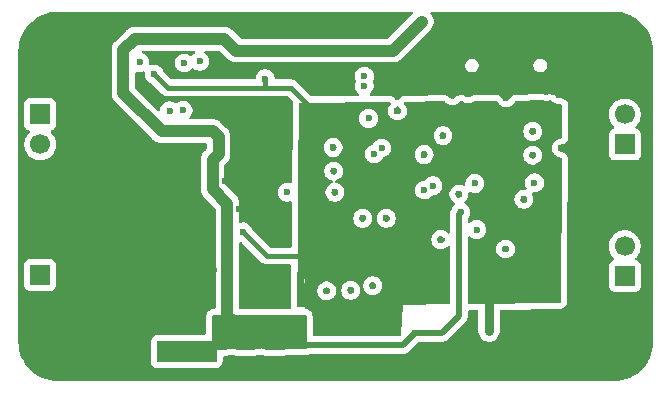
<source format=gbr>
%TF.GenerationSoftware,KiCad,Pcbnew,9.0.6-9.0.6~ubuntu24.04.1*%
%TF.CreationDate,2025-12-01T15:32:01+03:00*%
%TF.ProjectId,canfilter_g4,63616e66-696c-4746-9572-5f67342e6b69,rev?*%
%TF.SameCoordinates,Original*%
%TF.FileFunction,Copper,L3,Inr*%
%TF.FilePolarity,Positive*%
%FSLAX46Y46*%
G04 Gerber Fmt 4.6, Leading zero omitted, Abs format (unit mm)*
G04 Created by KiCad (PCBNEW 9.0.6-9.0.6~ubuntu24.04.1) date 2025-12-01 15:32:01*
%MOMM*%
%LPD*%
G01*
G04 APERTURE LIST*
%TA.AperFunction,ComponentPad*%
%ADD10C,0.800000*%
%TD*%
%TA.AperFunction,ComponentPad*%
%ADD11C,6.400000*%
%TD*%
%TA.AperFunction,ComponentPad*%
%ADD12R,1.700000X1.700000*%
%TD*%
%TA.AperFunction,HeatsinkPad*%
%ADD13O,1.000000X2.100000*%
%TD*%
%TA.AperFunction,HeatsinkPad*%
%ADD14O,1.000000X1.600000*%
%TD*%
%TA.AperFunction,ComponentPad*%
%ADD15C,1.700000*%
%TD*%
%TA.AperFunction,ViaPad*%
%ADD16C,0.600000*%
%TD*%
%TA.AperFunction,Conductor*%
%ADD17C,1.000000*%
%TD*%
%TA.AperFunction,Conductor*%
%ADD18C,0.500000*%
%TD*%
%TA.AperFunction,Conductor*%
%ADD19C,0.400000*%
%TD*%
%TA.AperFunction,Conductor*%
%ADD20C,0.800000*%
%TD*%
G04 APERTURE END LIST*
D10*
%TO.N,GND*%
%TO.C,H104*%
X168600000Y-109500000D03*
X169302944Y-107802944D03*
X169302944Y-111197056D03*
X171000000Y-107100000D03*
D11*
X171000000Y-109500000D03*
D10*
X171000000Y-111900000D03*
X172697056Y-107802944D03*
X172697056Y-111197056D03*
X173400000Y-109500000D03*
%TD*%
%TO.N,GND*%
%TO.C,H101*%
X121600000Y-85000000D03*
X122302944Y-83302944D03*
X122302944Y-86697056D03*
X124000000Y-82600000D03*
D11*
X124000000Y-85000000D03*
D10*
X124000000Y-87400000D03*
X125697056Y-83302944D03*
X125697056Y-86697056D03*
X126400000Y-85000000D03*
%TD*%
%TO.N,GND*%
%TO.C,H103*%
X168600000Y-85000000D03*
X169302944Y-83302944D03*
X169302944Y-86697056D03*
X171000000Y-82600000D03*
D11*
X171000000Y-85000000D03*
D10*
X171000000Y-87400000D03*
X172697056Y-83302944D03*
X172697056Y-86697056D03*
X173400000Y-85000000D03*
%TD*%
D12*
%TO.N,GND*%
%TO.C,J105*%
X122500000Y-100400000D03*
%TD*%
D13*
%TO.N,GND*%
%TO.C,J601*%
X166270000Y-86755000D03*
D14*
X166270000Y-82575000D03*
D13*
X157630000Y-86755000D03*
D14*
X157630000Y-82575000D03*
%TD*%
D12*
%TO.N,/CAN2_L*%
%TO.C,J102*%
X172000000Y-104100000D03*
D15*
%TO.N,/CAN2_H*%
X172000000Y-101560000D03*
%TD*%
D12*
%TO.N,/CAN1_L*%
%TO.C,J101*%
X122500000Y-90400000D03*
D15*
%TO.N,/CAN1_H*%
X122500000Y-92940000D03*
%TD*%
D12*
%TO.N,/VIN*%
%TO.C,J104*%
X122500000Y-104000000D03*
%TD*%
D10*
%TO.N,GND*%
%TO.C,H102*%
X121600000Y-109500000D03*
X122302944Y-107802944D03*
X122302944Y-111197056D03*
X124000000Y-107100000D03*
D11*
X124000000Y-109500000D03*
D10*
X124000000Y-111900000D03*
X125697056Y-107802944D03*
X125697056Y-111197056D03*
X126400000Y-109500000D03*
%TD*%
D12*
%TO.N,/CAN3_L*%
%TO.C,J103*%
X172000000Y-92950000D03*
D15*
%TO.N,/CAN3_H*%
X172000000Y-90410000D03*
%TD*%
D16*
%TO.N,GND*%
X163500000Y-111850000D03*
X135950000Y-90000000D03*
X138750000Y-89150000D03*
X155000000Y-93800000D03*
X162950000Y-82750000D03*
X133050000Y-100000000D03*
X147350000Y-95200000D03*
X133750000Y-108600000D03*
X161950000Y-89000000D03*
X146750000Y-105350000D03*
X139350000Y-98450000D03*
X140150000Y-102600000D03*
X148800000Y-105300000D03*
X141350000Y-103750000D03*
X166600000Y-93250000D03*
X138150000Y-96050000D03*
X142400000Y-91400000D03*
X132150000Y-101350000D03*
X172900000Y-98300000D03*
X130850000Y-101350000D03*
X139850000Y-83750000D03*
X133400000Y-82700000D03*
X159550000Y-82750000D03*
X126300000Y-91900000D03*
X164200000Y-93850000D03*
X131250000Y-111750000D03*
X128250000Y-88800000D03*
X161900000Y-101800000D03*
X129350000Y-90300000D03*
X125600000Y-96900000D03*
X152750000Y-111650000D03*
X133700000Y-95450000D03*
X143200000Y-94400000D03*
X133700000Y-94450000D03*
X166450000Y-88750000D03*
X132400000Y-95500000D03*
X156900000Y-111650000D03*
X142500000Y-111400000D03*
X137250000Y-103600000D03*
X156400000Y-101000000D03*
X135300000Y-103750000D03*
X165900000Y-111850000D03*
X132400000Y-94500000D03*
X136000000Y-108550000D03*
X155500000Y-111650000D03*
X156600000Y-92200000D03*
X144950000Y-83800000D03*
X152750000Y-90100000D03*
X147450000Y-97000000D03*
X151800000Y-99200000D03*
X132700000Y-108600000D03*
X157950000Y-97150000D03*
X135450000Y-98800000D03*
X163450000Y-97600000D03*
X158150000Y-111650000D03*
X164200000Y-91850000D03*
X128000000Y-96950000D03*
X149800000Y-99200000D03*
X165350000Y-88450000D03*
X126750000Y-96900000D03*
X168150000Y-104300000D03*
X138700000Y-111000000D03*
X172900000Y-96250000D03*
X143200000Y-93450000D03*
X131500000Y-101350000D03*
X128750000Y-111250000D03*
X158750000Y-88650000D03*
X134800000Y-108600000D03*
X164600000Y-82750000D03*
X143550000Y-100700000D03*
X150650000Y-104900000D03*
X142500000Y-112200000D03*
X157400000Y-88800000D03*
X128800000Y-109050000D03*
X147300000Y-93200000D03*
X143000000Y-105350000D03*
X154050000Y-111650000D03*
X129600000Y-111750000D03*
X150450000Y-83800000D03*
X141100000Y-111000000D03*
X137600000Y-89150000D03*
X161250000Y-82750000D03*
X128800000Y-109700000D03*
X128800000Y-110500000D03*
X130400000Y-111750000D03*
%TO.N,/5V*%
X141050000Y-110000000D03*
X146950000Y-84975000D03*
X141450000Y-84975000D03*
X141100000Y-107850000D03*
X143800000Y-107800000D03*
X158100000Y-98700000D03*
X138700000Y-107850000D03*
X143900000Y-109950000D03*
X138700000Y-110000000D03*
X154800000Y-82550000D03*
X137600000Y-93750000D03*
X154250000Y-108900000D03*
X138349000Y-98800000D03*
X129550000Y-86600000D03*
%TO.N,/3V3*%
X148800000Y-107400000D03*
X145050000Y-91000000D03*
X165350000Y-101750000D03*
X145400000Y-102400000D03*
X132150000Y-87000000D03*
X148800000Y-108300000D03*
X153650000Y-100250000D03*
X148800000Y-106500000D03*
X155550000Y-102550000D03*
X141550000Y-87375000D03*
X139650000Y-100350000D03*
X147650000Y-106450000D03*
X153800000Y-91250000D03*
X146550000Y-106450000D03*
X160500000Y-108750000D03*
%TO.N,/RST*%
X143400000Y-97000000D03*
X130925813Y-86009437D03*
%TO.N,/UART1_TX*%
X155034456Y-96807772D03*
X136000000Y-85900000D03*
%TO.N,/UART1_RX*%
X134700000Y-86050000D03*
X155750000Y-96450000D03*
%TO.N,/SWD_CLK*%
X134600000Y-90050000D03*
X149925000Y-88000000D03*
%TO.N,/SWD_IO*%
X133450000Y-90100000D03*
X149950000Y-87150000D03*
%TO.N,/CAN3_RX*%
X159450000Y-100150000D03*
X150775303Y-93749758D03*
%TO.N,/CAN3_S*%
X150300000Y-90750000D03*
X164350000Y-96200000D03*
%TO.N,/CAN3_TX*%
X159300000Y-96250000D03*
X151400000Y-93250000D03*
%TD*%
D17*
%TO.N,/5V*%
X139100000Y-85000000D02*
X152350000Y-85000000D01*
X130500000Y-84000000D02*
X138100000Y-84000000D01*
X129550000Y-86600000D02*
X129550000Y-84950000D01*
X138700000Y-107850000D02*
X138349000Y-107499000D01*
X132775000Y-91825000D02*
X129550000Y-88600000D01*
D18*
X153200000Y-109950000D02*
X143900000Y-109950000D01*
D17*
X137600000Y-93750000D02*
X137600000Y-92300000D01*
X138349000Y-98800000D02*
X138349000Y-97949000D01*
X129550000Y-84950000D02*
X130500000Y-84000000D01*
X137100000Y-94250000D02*
X137100000Y-96700000D01*
X138349000Y-107499000D02*
X138349000Y-98800000D01*
X137600000Y-92300000D02*
X137125000Y-91825000D01*
D18*
X156500000Y-108900000D02*
X157950000Y-107450000D01*
D17*
X138349000Y-97949000D02*
X137100000Y-96700000D01*
D18*
X157950000Y-107450000D02*
X157950000Y-98850000D01*
D17*
X137600000Y-93750000D02*
X137100000Y-94250000D01*
X129550000Y-88600000D02*
X129550000Y-86600000D01*
X152350000Y-85000000D02*
X154800000Y-82550000D01*
D18*
X157950000Y-98850000D02*
X158100000Y-98700000D01*
X154250000Y-108900000D02*
X156500000Y-108900000D01*
D17*
X137125000Y-91825000D02*
X132775000Y-91825000D01*
D18*
X154250000Y-108900000D02*
X153200000Y-109950000D01*
D17*
X138100000Y-84000000D02*
X139100000Y-85000000D01*
D19*
%TO.N,/3V3*%
X141550000Y-87375000D02*
X141550000Y-88150000D01*
X137950000Y-88150000D02*
X133300000Y-88150000D01*
X145050000Y-91000000D02*
X145050000Y-89500000D01*
D20*
X160500000Y-108750000D02*
X160500000Y-106150000D01*
D19*
X137950000Y-88150000D02*
X141550000Y-88150000D01*
D20*
X160500000Y-106150000D02*
X161200000Y-105450000D01*
D19*
X141550000Y-88150000D02*
X143700000Y-88150000D01*
X133300000Y-88150000D02*
X132150000Y-87000000D01*
X139650000Y-100350000D02*
X141700000Y-102400000D01*
X141700000Y-102400000D02*
X145400000Y-102400000D01*
X143700000Y-88150000D02*
X145050000Y-89500000D01*
%TD*%
%TA.AperFunction,Conductor*%
%TO.N,GND*%
G36*
X154002256Y-81720185D02*
G01*
X154048011Y-81772989D01*
X154057955Y-81842147D01*
X154028930Y-81905703D01*
X154022898Y-81912181D01*
X151971899Y-83963181D01*
X151910576Y-83996666D01*
X151884218Y-83999500D01*
X139565783Y-83999500D01*
X139498744Y-83979815D01*
X139478102Y-83963181D01*
X138884209Y-83369289D01*
X138884206Y-83369285D01*
X138884206Y-83369286D01*
X138877139Y-83362219D01*
X138877139Y-83362218D01*
X138737782Y-83222861D01*
X138737781Y-83222860D01*
X138737780Y-83222859D01*
X138573920Y-83113371D01*
X138573911Y-83113366D01*
X138501315Y-83083296D01*
X138445165Y-83060038D01*
X138391836Y-83037949D01*
X138391832Y-83037948D01*
X138391828Y-83037946D01*
X138295188Y-83018724D01*
X138198544Y-82999500D01*
X138198541Y-82999500D01*
X130401459Y-82999500D01*
X130401455Y-82999500D01*
X130304812Y-83018724D01*
X130208167Y-83037947D01*
X130208161Y-83037949D01*
X130154834Y-83060037D01*
X130154834Y-83060038D01*
X130115901Y-83076165D01*
X130026089Y-83113366D01*
X130026079Y-83113371D01*
X129862219Y-83222859D01*
X129794214Y-83290865D01*
X129722861Y-83362218D01*
X129722858Y-83362221D01*
X128912221Y-84172858D01*
X128912218Y-84172861D01*
X128842538Y-84242540D01*
X128772859Y-84312219D01*
X128663371Y-84476079D01*
X128663364Y-84476092D01*
X128587950Y-84658160D01*
X128587947Y-84658170D01*
X128549500Y-84851456D01*
X128549500Y-88698542D01*
X128558052Y-88741536D01*
X128563868Y-88770775D01*
X128587949Y-88891836D01*
X128605758Y-88934830D01*
X128609015Y-88942694D01*
X128609017Y-88942700D01*
X128663364Y-89073907D01*
X128663371Y-89073920D01*
X128772859Y-89237780D01*
X128772860Y-89237781D01*
X128772861Y-89237782D01*
X128912218Y-89377139D01*
X128912219Y-89377139D01*
X128919286Y-89384206D01*
X128919285Y-89384206D01*
X128919288Y-89384208D01*
X131997860Y-92462781D01*
X131997861Y-92462782D01*
X132073460Y-92538381D01*
X132137219Y-92602140D01*
X132301079Y-92711628D01*
X132301092Y-92711635D01*
X132429833Y-92764961D01*
X132469116Y-92781232D01*
X132483164Y-92787051D01*
X132579812Y-92806275D01*
X132628135Y-92815887D01*
X132676458Y-92825500D01*
X132676459Y-92825500D01*
X132676460Y-92825500D01*
X132873540Y-92825500D01*
X136475500Y-92825500D01*
X136542539Y-92845185D01*
X136588294Y-92897989D01*
X136599500Y-92949500D01*
X136599500Y-93284217D01*
X136590855Y-93313657D01*
X136584332Y-93343644D01*
X136580577Y-93348659D01*
X136579815Y-93351256D01*
X136563181Y-93371898D01*
X136514580Y-93420499D01*
X136462221Y-93472858D01*
X136462218Y-93472861D01*
X136423654Y-93511425D01*
X136322859Y-93612219D01*
X136213371Y-93776080D01*
X136213366Y-93776089D01*
X136166394Y-93889492D01*
X136141376Y-93949891D01*
X136137949Y-93958164D01*
X136122058Y-94038055D01*
X136099500Y-94151456D01*
X136099500Y-96798543D01*
X136114022Y-96871548D01*
X136117019Y-96886614D01*
X136137949Y-96991836D01*
X136156621Y-97036913D01*
X136159710Y-97044371D01*
X136159711Y-97044374D01*
X136213364Y-97173906D01*
X136213371Y-97173919D01*
X136262422Y-97247329D01*
X136322861Y-97337782D01*
X136462218Y-97477139D01*
X136462220Y-97477140D01*
X136469286Y-97484206D01*
X136469285Y-97484206D01*
X136469289Y-97484209D01*
X137312181Y-98327101D01*
X137345666Y-98388424D01*
X137348500Y-98414782D01*
X137348500Y-106769396D01*
X137328815Y-106836435D01*
X137276011Y-106882190D01*
X137225277Y-106893393D01*
X137174925Y-106893708D01*
X137170057Y-106893739D01*
X137064210Y-106905622D01*
X137064205Y-106905623D01*
X137013479Y-106916826D01*
X137013473Y-106916827D01*
X136912502Y-106950611D01*
X136912493Y-106950615D01*
X136791462Y-107028398D01*
X136791451Y-107028406D01*
X136738659Y-107074150D01*
X136644433Y-107182891D01*
X136644430Y-107182895D01*
X136584664Y-107313761D01*
X136564976Y-107380809D01*
X136544500Y-107523228D01*
X136544500Y-108920500D01*
X136524815Y-108987539D01*
X136472011Y-109033294D01*
X136420500Y-109044500D01*
X132520689Y-109044500D01*
X132419934Y-109054644D01*
X132419931Y-109054644D01*
X132371486Y-109064499D01*
X132274759Y-109094529D01*
X132274751Y-109094533D01*
X132151655Y-109169022D01*
X132097635Y-109213334D01*
X132000518Y-109319475D01*
X132000514Y-109319481D01*
X131937231Y-109448691D01*
X131937230Y-109448695D01*
X131917038Y-109511165D01*
X131916284Y-109513251D01*
X131915738Y-109515187D01*
X131891424Y-109656985D01*
X131848127Y-111258992D01*
X131848127Y-111258997D01*
X131858088Y-111373421D01*
X131869249Y-111428283D01*
X131869251Y-111428289D01*
X131904784Y-111537504D01*
X131904786Y-111537509D01*
X131982567Y-111658537D01*
X131982576Y-111658548D01*
X132028320Y-111711340D01*
X132028323Y-111711343D01*
X132028327Y-111711347D01*
X132137061Y-111805567D01*
X132137064Y-111805568D01*
X132137065Y-111805569D01*
X132257136Y-111860405D01*
X132267938Y-111865338D01*
X132334977Y-111885023D01*
X132334981Y-111885024D01*
X132477397Y-111905500D01*
X132477400Y-111905500D01*
X137331768Y-111905500D01*
X137427427Y-111896365D01*
X137427431Y-111896364D01*
X137427433Y-111896364D01*
X137473521Y-111887481D01*
X137505661Y-111878043D01*
X137565733Y-111860405D01*
X137565733Y-111860404D01*
X137565736Y-111860404D01*
X137690339Y-111788461D01*
X137745260Y-111745269D01*
X137844546Y-111641137D01*
X137910474Y-111513250D01*
X137933325Y-111447223D01*
X137960552Y-111305942D01*
X137976566Y-110969636D01*
X137999417Y-110903611D01*
X138054338Y-110860419D01*
X138099603Y-110851539D01*
X138205438Y-110850839D01*
X138206673Y-110850827D01*
X138208101Y-110850814D01*
X138208252Y-110850812D01*
X138208268Y-110850812D01*
X138209659Y-110850795D01*
X138209680Y-110850794D01*
X138209818Y-110850793D01*
X138211756Y-110850763D01*
X138212496Y-110850753D01*
X138354524Y-110827740D01*
X138421202Y-110806863D01*
X138421211Y-110806860D01*
X138452089Y-110792087D01*
X138521059Y-110780911D01*
X138529797Y-110782327D01*
X138621155Y-110800500D01*
X138621158Y-110800500D01*
X138778843Y-110800500D01*
X138798430Y-110796603D01*
X138873975Y-110781576D01*
X138943565Y-110787803D01*
X138948927Y-110790059D01*
X138983392Y-110805524D01*
X139050560Y-110824764D01*
X139193107Y-110844297D01*
X139193112Y-110844296D01*
X139193113Y-110844297D01*
X139305012Y-110843556D01*
X140629463Y-110834786D01*
X140630455Y-110834776D01*
X140632134Y-110834761D01*
X140632295Y-110834759D01*
X140632298Y-110834759D01*
X140633688Y-110834742D01*
X140633694Y-110834741D01*
X140633850Y-110834740D01*
X140636331Y-110834702D01*
X140636514Y-110834700D01*
X140731199Y-110819359D01*
X140778543Y-110811689D01*
X140845025Y-110790874D01*
X140906266Y-110787592D01*
X140940487Y-110794399D01*
X140971157Y-110800500D01*
X140971158Y-110800500D01*
X141128844Y-110800500D01*
X141260683Y-110774275D01*
X141266600Y-110773098D01*
X141336192Y-110779325D01*
X141341558Y-110781583D01*
X141359839Y-110789786D01*
X141427007Y-110809026D01*
X141569555Y-110828559D01*
X144930169Y-110806304D01*
X145035909Y-110794404D01*
X145086599Y-110783201D01*
X145187504Y-110749431D01*
X145233011Y-110720185D01*
X145300050Y-110700500D01*
X153273920Y-110700500D01*
X153383144Y-110678773D01*
X153418913Y-110671658D01*
X153555495Y-110615084D01*
X153620291Y-110571789D01*
X153620294Y-110571786D01*
X153620296Y-110571786D01*
X153649547Y-110552240D01*
X153678416Y-110532952D01*
X154524548Y-109686818D01*
X154585871Y-109653334D01*
X154612229Y-109650500D01*
X156573920Y-109650500D01*
X156671462Y-109631096D01*
X156718913Y-109621658D01*
X156855495Y-109565084D01*
X156923362Y-109519737D01*
X156923365Y-109519734D01*
X156923367Y-109519734D01*
X156951072Y-109501221D01*
X156978416Y-109482952D01*
X158532952Y-107928415D01*
X158570823Y-107871736D01*
X158608954Y-107814670D01*
X158615083Y-107805496D01*
X158615082Y-107805496D01*
X158615084Y-107805495D01*
X158649033Y-107723535D01*
X158671659Y-107668912D01*
X158700500Y-107523917D01*
X158700500Y-107376082D01*
X158700500Y-107099591D01*
X158720185Y-107032552D01*
X158772989Y-106986797D01*
X158829830Y-106976086D01*
X158829829Y-106976012D01*
X158830262Y-106976005D01*
X158831432Y-106975785D01*
X158834255Y-106975942D01*
X158834257Y-106975943D01*
X158834258Y-106975942D01*
X158834259Y-106975943D01*
X159019069Y-106973077D01*
X159473578Y-106966032D01*
X159540914Y-106984675D01*
X159587482Y-107036763D01*
X159599500Y-107090017D01*
X159599500Y-108838695D01*
X159634103Y-109012658D01*
X159634106Y-109012667D01*
X159701983Y-109176540D01*
X159701990Y-109176553D01*
X159800535Y-109324034D01*
X159800538Y-109324038D01*
X159925961Y-109449461D01*
X159925965Y-109449464D01*
X160073446Y-109548009D01*
X160073459Y-109548016D01*
X160160595Y-109584108D01*
X160237334Y-109615894D01*
X160237336Y-109615894D01*
X160237341Y-109615896D01*
X160411304Y-109650499D01*
X160411307Y-109650500D01*
X160411309Y-109650500D01*
X160588693Y-109650500D01*
X160588694Y-109650499D01*
X160646682Y-109638964D01*
X160762658Y-109615896D01*
X160762661Y-109615894D01*
X160762666Y-109615894D01*
X160926547Y-109548013D01*
X161074035Y-109449464D01*
X161199464Y-109324035D01*
X161298013Y-109176547D01*
X161365894Y-109012666D01*
X161400500Y-108838691D01*
X161400500Y-107058253D01*
X161420185Y-106991214D01*
X161472989Y-106945459D01*
X161522575Y-106934268D01*
X166486466Y-106857320D01*
X166486482Y-106857318D01*
X166486484Y-106857318D01*
X166520718Y-106853285D01*
X166588467Y-106845304D01*
X166637398Y-106834412D01*
X166734868Y-106802025D01*
X166856359Y-106724945D01*
X166903768Y-106684346D01*
X166904716Y-106683628D01*
X166909428Y-106679500D01*
X166909429Y-106679499D01*
X166909432Y-106679497D01*
X167004286Y-106571310D01*
X167064818Y-106440783D01*
X167084893Y-106373859D01*
X167106198Y-106231566D01*
X167130891Y-101996689D01*
X167134057Y-101453713D01*
X170649500Y-101453713D01*
X170649500Y-101666287D01*
X170655261Y-101702662D01*
X170677177Y-101841035D01*
X170682754Y-101876243D01*
X170740719Y-102054641D01*
X170748444Y-102078414D01*
X170844951Y-102267820D01*
X170969890Y-102439786D01*
X171083430Y-102553326D01*
X171116915Y-102614649D01*
X171111931Y-102684341D01*
X171070059Y-102740274D01*
X171039083Y-102757189D01*
X170907669Y-102806203D01*
X170907664Y-102806206D01*
X170792455Y-102892452D01*
X170792452Y-102892455D01*
X170706206Y-103007664D01*
X170706202Y-103007671D01*
X170655908Y-103142517D01*
X170649501Y-103202116D01*
X170649501Y-103202123D01*
X170649500Y-103202135D01*
X170649500Y-104997870D01*
X170649501Y-104997876D01*
X170655908Y-105057483D01*
X170706202Y-105192328D01*
X170706206Y-105192335D01*
X170792452Y-105307544D01*
X170792455Y-105307547D01*
X170907664Y-105393793D01*
X170907671Y-105393797D01*
X171042517Y-105444091D01*
X171042516Y-105444091D01*
X171049444Y-105444835D01*
X171102127Y-105450500D01*
X172897872Y-105450499D01*
X172957483Y-105444091D01*
X173092331Y-105393796D01*
X173207546Y-105307546D01*
X173293796Y-105192331D01*
X173344091Y-105057483D01*
X173350500Y-104997873D01*
X173350499Y-103202128D01*
X173344091Y-103142517D01*
X173329027Y-103102129D01*
X173293797Y-103007671D01*
X173293793Y-103007664D01*
X173207547Y-102892455D01*
X173207544Y-102892452D01*
X173092335Y-102806206D01*
X173092328Y-102806202D01*
X172960917Y-102757189D01*
X172904983Y-102715318D01*
X172880566Y-102649853D01*
X172895418Y-102581580D01*
X172916563Y-102553332D01*
X173030104Y-102439792D01*
X173155051Y-102267816D01*
X173251557Y-102078412D01*
X173317246Y-101876243D01*
X173350500Y-101666287D01*
X173350500Y-101453713D01*
X173317246Y-101243757D01*
X173251557Y-101041588D01*
X173155051Y-100852184D01*
X173155049Y-100852181D01*
X173155048Y-100852179D01*
X173030109Y-100680213D01*
X172879786Y-100529890D01*
X172707820Y-100404951D01*
X172518414Y-100308444D01*
X172518413Y-100308443D01*
X172518412Y-100308443D01*
X172316243Y-100242754D01*
X172316241Y-100242753D01*
X172316240Y-100242753D01*
X172154957Y-100217208D01*
X172106287Y-100209500D01*
X171893713Y-100209500D01*
X171845042Y-100217208D01*
X171683760Y-100242753D01*
X171481585Y-100308444D01*
X171292179Y-100404951D01*
X171120213Y-100529890D01*
X170969890Y-100680213D01*
X170844951Y-100852179D01*
X170748444Y-101041585D01*
X170682753Y-101243760D01*
X170650386Y-101448118D01*
X170649500Y-101453713D01*
X167134057Y-101453713D01*
X167134090Y-101448118D01*
X167176480Y-94178182D01*
X167176479Y-94178180D01*
X167176480Y-94178169D01*
X167165248Y-94069213D01*
X167154045Y-94016980D01*
X167119605Y-93912996D01*
X167118998Y-93912051D01*
X167041821Y-93791962D01*
X167041812Y-93791951D01*
X166996068Y-93739159D01*
X166996064Y-93739156D01*
X166996062Y-93739153D01*
X166887328Y-93644933D01*
X166887325Y-93644931D01*
X166887323Y-93644930D01*
X166756457Y-93585164D01*
X166756452Y-93585162D01*
X166756451Y-93585162D01*
X166726429Y-93576346D01*
X166689413Y-93565477D01*
X166689404Y-93565475D01*
X166636672Y-93557893D01*
X166630129Y-93556772D01*
X166525927Y-93536044D01*
X166502666Y-93528988D01*
X166471547Y-93516098D01*
X166450109Y-93504639D01*
X166422100Y-93485924D01*
X166403312Y-93470505D01*
X166379495Y-93446689D01*
X166364074Y-93427899D01*
X166345358Y-93399890D01*
X166333901Y-93378455D01*
X166330780Y-93370921D01*
X166321007Y-93347326D01*
X166313954Y-93324075D01*
X166307381Y-93291031D01*
X166305000Y-93266844D01*
X166305000Y-93233153D01*
X166307382Y-93208964D01*
X166313956Y-93175914D01*
X166321006Y-93152674D01*
X166333902Y-93121539D01*
X166345351Y-93100119D01*
X166364079Y-93072090D01*
X166379488Y-93053316D01*
X166403314Y-93029489D01*
X166422093Y-93014076D01*
X166450111Y-92995356D01*
X166471545Y-92983900D01*
X166502668Y-92971008D01*
X166525916Y-92963956D01*
X166580480Y-92953102D01*
X166591549Y-92951418D01*
X166663781Y-92943759D01*
X166714634Y-92932852D01*
X166714638Y-92932850D01*
X166714641Y-92932850D01*
X166764988Y-92916337D01*
X166815931Y-92899629D01*
X166937422Y-92822549D01*
X166984831Y-92781950D01*
X166985779Y-92781232D01*
X166990491Y-92777104D01*
X166990492Y-92777103D01*
X166990495Y-92777101D01*
X167085349Y-92668914D01*
X167145881Y-92538387D01*
X167159611Y-92492617D01*
X167165953Y-92471473D01*
X167165952Y-92471473D01*
X167165956Y-92471463D01*
X167187261Y-92329171D01*
X167199072Y-90303713D01*
X170649500Y-90303713D01*
X170649500Y-90516286D01*
X170682048Y-90721789D01*
X170682754Y-90726243D01*
X170718193Y-90835314D01*
X170748444Y-90928414D01*
X170844951Y-91117820D01*
X170969890Y-91289786D01*
X171083430Y-91403326D01*
X171116915Y-91464649D01*
X171111931Y-91534341D01*
X171070059Y-91590274D01*
X171039083Y-91607189D01*
X170907669Y-91656203D01*
X170907664Y-91656206D01*
X170792455Y-91742452D01*
X170792452Y-91742455D01*
X170706206Y-91857664D01*
X170706202Y-91857671D01*
X170655908Y-91992517D01*
X170649514Y-92051996D01*
X170649501Y-92052123D01*
X170649500Y-92052135D01*
X170649500Y-93847870D01*
X170649501Y-93847876D01*
X170655908Y-93907483D01*
X170706202Y-94042328D01*
X170706206Y-94042335D01*
X170792452Y-94157544D01*
X170792455Y-94157547D01*
X170907664Y-94243793D01*
X170907671Y-94243797D01*
X171042517Y-94294091D01*
X171042516Y-94294091D01*
X171049444Y-94294835D01*
X171102127Y-94300500D01*
X172897872Y-94300499D01*
X172957483Y-94294091D01*
X173092331Y-94243796D01*
X173207546Y-94157546D01*
X173293796Y-94042331D01*
X173344091Y-93907483D01*
X173350500Y-93847873D01*
X173350499Y-92052128D01*
X173344091Y-91992517D01*
X173343053Y-91989735D01*
X173293797Y-91857671D01*
X173293793Y-91857664D01*
X173207547Y-91742455D01*
X173207544Y-91742452D01*
X173092335Y-91656206D01*
X173092328Y-91656202D01*
X172960917Y-91607189D01*
X172904983Y-91565318D01*
X172880566Y-91499853D01*
X172895418Y-91431580D01*
X172916563Y-91403332D01*
X173030104Y-91289792D01*
X173155051Y-91117816D01*
X173251557Y-90928412D01*
X173317246Y-90726243D01*
X173350500Y-90516287D01*
X173350500Y-90303713D01*
X173317246Y-90093757D01*
X173251557Y-89891588D01*
X173155051Y-89702184D01*
X173155049Y-89702181D01*
X173155048Y-89702179D01*
X173030109Y-89530213D01*
X172879786Y-89379890D01*
X172707820Y-89254951D01*
X172518414Y-89158444D01*
X172518413Y-89158443D01*
X172518412Y-89158443D01*
X172316243Y-89092754D01*
X172316241Y-89092753D01*
X172316240Y-89092753D01*
X172147945Y-89066098D01*
X172106287Y-89059500D01*
X171893713Y-89059500D01*
X171852055Y-89066098D01*
X171683760Y-89092753D01*
X171481585Y-89158444D01*
X171292179Y-89254951D01*
X171120213Y-89379890D01*
X170969890Y-89530213D01*
X170844951Y-89702179D01*
X170748444Y-89891585D01*
X170748443Y-89891587D01*
X170748443Y-89891588D01*
X170744637Y-89903302D01*
X170682753Y-90093760D01*
X170649500Y-90303713D01*
X167199072Y-90303713D01*
X167202757Y-89671763D01*
X167202622Y-89656735D01*
X167202446Y-89649372D01*
X167201865Y-89634384D01*
X167173792Y-89493269D01*
X167168480Y-89478213D01*
X167150552Y-89427394D01*
X167150547Y-89427384D01*
X167150546Y-89427380D01*
X167150545Y-89427378D01*
X167083852Y-89299888D01*
X167064914Y-89280263D01*
X166983952Y-89196361D01*
X166983948Y-89196357D01*
X166978923Y-89192454D01*
X166960181Y-89177895D01*
X166928762Y-89153489D01*
X166803738Y-89082299D01*
X166803733Y-89082297D01*
X166707251Y-89059500D01*
X166663711Y-89049212D01*
X166594122Y-89042986D01*
X166594119Y-89042986D01*
X166594118Y-89042986D01*
X166566851Y-89044448D01*
X166559876Y-89044822D01*
X166553240Y-89045000D01*
X166433159Y-89045000D01*
X166408970Y-89042617D01*
X166375924Y-89036044D01*
X166352667Y-89028988D01*
X166321547Y-89016098D01*
X166300107Y-89004638D01*
X166272102Y-88985925D01*
X166253314Y-88970506D01*
X166169740Y-88886934D01*
X166168541Y-88885735D01*
X166165746Y-88882784D01*
X166165255Y-88882449D01*
X166158948Y-88876142D01*
X166148373Y-88867729D01*
X166146198Y-88865612D01*
X166146192Y-88865607D01*
X166146190Y-88865605D01*
X166082423Y-88815385D01*
X166063049Y-88800127D01*
X166063046Y-88800125D01*
X165931649Y-88741536D01*
X165931647Y-88741535D01*
X165931642Y-88741533D01*
X165864432Y-88722451D01*
X165864431Y-88722451D01*
X165864427Y-88722450D01*
X165856721Y-88721377D01*
X165856193Y-88721342D01*
X165721835Y-88703251D01*
X165632549Y-88704052D01*
X165627037Y-88704102D01*
X165596378Y-88706571D01*
X165555141Y-88709893D01*
X165524856Y-88714525D01*
X165520259Y-88715229D01*
X165520257Y-88715229D01*
X165520253Y-88715230D01*
X165461735Y-88728508D01*
X165458490Y-88729199D01*
X165435173Y-88733837D01*
X165391033Y-88742617D01*
X165366844Y-88745000D01*
X165333157Y-88745000D01*
X165308966Y-88742617D01*
X165287958Y-88738438D01*
X165228013Y-88726514D01*
X165224389Y-88724618D01*
X165151793Y-88714179D01*
X165151752Y-88714174D01*
X165075297Y-88709050D01*
X165075289Y-88709050D01*
X165075288Y-88709050D01*
X164775859Y-88711735D01*
X162796331Y-88729489D01*
X162789402Y-88729598D01*
X162786304Y-88729667D01*
X162779512Y-88729865D01*
X162779510Y-88729865D01*
X162708834Y-88742617D01*
X162637918Y-88755412D01*
X162637916Y-88755412D01*
X162637914Y-88755413D01*
X162637905Y-88755415D01*
X162571629Y-88777475D01*
X162571624Y-88777477D01*
X162442959Y-88841882D01*
X162337656Y-88939926D01*
X162303678Y-88982090D01*
X162303676Y-88982092D01*
X162293816Y-88994329D01*
X162293815Y-88994330D01*
X162220398Y-89118070D01*
X162212784Y-89136450D01*
X162208386Y-89143919D01*
X162207270Y-89144964D01*
X162204637Y-89149891D01*
X162185920Y-89177903D01*
X162170499Y-89196693D01*
X162146693Y-89220499D01*
X162127903Y-89235920D01*
X162099885Y-89254641D01*
X162078446Y-89266100D01*
X162047328Y-89278989D01*
X162024071Y-89286045D01*
X162007340Y-89289373D01*
X161991031Y-89292617D01*
X161966841Y-89295000D01*
X161933159Y-89295000D01*
X161908970Y-89292617D01*
X161875924Y-89286044D01*
X161852667Y-89278988D01*
X161821547Y-89266098D01*
X161800107Y-89254638D01*
X161772099Y-89235923D01*
X161753312Y-89220505D01*
X161729495Y-89196689D01*
X161714071Y-89177895D01*
X161695205Y-89149659D01*
X161684288Y-89129508D01*
X161683365Y-89127351D01*
X161681456Y-89122882D01*
X161681013Y-89121878D01*
X161679250Y-89117875D01*
X161674567Y-89107561D01*
X161674566Y-89107560D01*
X161674565Y-89107557D01*
X161595694Y-88987221D01*
X161549467Y-88934830D01*
X161548096Y-88933663D01*
X161439901Y-88841597D01*
X161439899Y-88841596D01*
X161439897Y-88841594D01*
X161377579Y-88813806D01*
X161308491Y-88782998D01*
X161308482Y-88782995D01*
X161241287Y-88763917D01*
X161241280Y-88763915D01*
X161241277Y-88763915D01*
X161241271Y-88763914D01*
X161241256Y-88763912D01*
X161241250Y-88763911D01*
X161098675Y-88744714D01*
X159300286Y-88760843D01*
X159298098Y-88760869D01*
X159298004Y-88760871D01*
X159297690Y-88760875D01*
X159296870Y-88760886D01*
X159294870Y-88760917D01*
X159294863Y-88760918D01*
X159152827Y-88783932D01*
X159086164Y-88804805D01*
X159086149Y-88804810D01*
X159086139Y-88804814D01*
X158956360Y-88866907D01*
X158899891Y-88904639D01*
X158878452Y-88916098D01*
X158847327Y-88928990D01*
X158824070Y-88936045D01*
X158807532Y-88939335D01*
X158791030Y-88942617D01*
X158766841Y-88945000D01*
X158733161Y-88945000D01*
X158708969Y-88942617D01*
X158685742Y-88937996D01*
X158675926Y-88936044D01*
X158652670Y-88928989D01*
X158621547Y-88916098D01*
X158600109Y-88904639D01*
X158558307Y-88876708D01*
X158552608Y-88872956D01*
X158552572Y-88872932D01*
X158552489Y-88872878D01*
X158549930Y-88871218D01*
X158544211Y-88867560D01*
X158543835Y-88867392D01*
X158412798Y-88808965D01*
X158412793Y-88808963D01*
X158412789Y-88808962D01*
X158348277Y-88790646D01*
X158346455Y-88790084D01*
X158345587Y-88789883D01*
X158202991Y-88770684D01*
X158100705Y-88771602D01*
X158048946Y-88774726D01*
X158023704Y-88777555D01*
X157972679Y-88785935D01*
X157969358Y-88787173D01*
X157969357Y-88787172D01*
X157961592Y-88790065D01*
X157923606Y-88798690D01*
X157865282Y-88825959D01*
X157860591Y-88827708D01*
X157837865Y-88836177D01*
X157808019Y-88852462D01*
X157808020Y-88852463D01*
X157804598Y-88854332D01*
X157793269Y-88859630D01*
X157785066Y-88865004D01*
X157780705Y-88867388D01*
X157780698Y-88867392D01*
X157776418Y-88869730D01*
X157661239Y-88955952D01*
X157661227Y-88955963D01*
X157596687Y-89020504D01*
X157577897Y-89035925D01*
X157549888Y-89054640D01*
X157528450Y-89066099D01*
X157497331Y-89078989D01*
X157474071Y-89086045D01*
X157457340Y-89089373D01*
X157441031Y-89092617D01*
X157416841Y-89095000D01*
X157383159Y-89095000D01*
X157358970Y-89092617D01*
X157325924Y-89086044D01*
X157302667Y-89078988D01*
X157271547Y-89066098D01*
X157250107Y-89054638D01*
X157222102Y-89035925D01*
X157203314Y-89020506D01*
X157151335Y-88968528D01*
X157151303Y-88968498D01*
X157109294Y-88930933D01*
X157109272Y-88930914D01*
X157087718Y-88913705D01*
X157087704Y-88913694D01*
X157041772Y-88881040D01*
X157041771Y-88881039D01*
X157041769Y-88881038D01*
X157035923Y-88878431D01*
X156910363Y-88822442D01*
X156910354Y-88822439D01*
X156843159Y-88803361D01*
X156843154Y-88803360D01*
X156843153Y-88803360D01*
X156843146Y-88803359D01*
X156776583Y-88794396D01*
X156700549Y-88784159D01*
X154002439Y-88808358D01*
X153395043Y-88813806D01*
X153380372Y-88814167D01*
X153379242Y-88814195D01*
X153371524Y-88814505D01*
X153355819Y-88815383D01*
X153355813Y-88815383D01*
X153355812Y-88815384D01*
X153355808Y-88815384D01*
X153355807Y-88815385D01*
X153215226Y-88845966D01*
X153215221Y-88845967D01*
X153215220Y-88845968D01*
X153204158Y-88850094D01*
X153149754Y-88870385D01*
X153149750Y-88870387D01*
X153023482Y-88939335D01*
X152921744Y-89041069D01*
X152921738Y-89041076D01*
X152884639Y-89090633D01*
X152884636Y-89090637D01*
X152879869Y-89097006D01*
X152879863Y-89097014D01*
X152850373Y-89151022D01*
X152849842Y-89151958D01*
X152825424Y-89175590D01*
X152801422Y-89199594D01*
X152800393Y-89199817D01*
X152799637Y-89200550D01*
X152766337Y-89207226D01*
X152733149Y-89214446D01*
X152732162Y-89214078D01*
X152731130Y-89214285D01*
X152699501Y-89201896D01*
X152667685Y-89190029D01*
X152666799Y-89189086D01*
X152666073Y-89188802D01*
X152664535Y-89186676D01*
X152638286Y-89158736D01*
X152578877Y-89068094D01*
X152578876Y-89068093D01*
X152578873Y-89068088D01*
X152532646Y-89015697D01*
X152423078Y-88922462D01*
X152403415Y-88913694D01*
X152291669Y-88863865D01*
X152224462Y-88844783D01*
X152224443Y-88844780D01*
X152081860Y-88825582D01*
X150517533Y-88839612D01*
X150450320Y-88820529D01*
X150404093Y-88768138D01*
X150393530Y-88699071D01*
X150421984Y-88635258D01*
X150431145Y-88626260D01*
X150430982Y-88626097D01*
X150546786Y-88510292D01*
X150546789Y-88510289D01*
X150634394Y-88379179D01*
X150694737Y-88233497D01*
X150725500Y-88078842D01*
X150725500Y-87921158D01*
X150725500Y-87921155D01*
X150725499Y-87921153D01*
X150695380Y-87769737D01*
X150694737Y-87766503D01*
X150694735Y-87766498D01*
X150645892Y-87648578D01*
X150638423Y-87579109D01*
X150657353Y-87532232D01*
X150659394Y-87529179D01*
X150719737Y-87383497D01*
X150750500Y-87228842D01*
X150750500Y-87071158D01*
X150750500Y-87071155D01*
X150750499Y-87071153D01*
X150719737Y-86916503D01*
X150698283Y-86864707D01*
X150659397Y-86770827D01*
X150659390Y-86770814D01*
X150571789Y-86639711D01*
X150571786Y-86639707D01*
X150460292Y-86528213D01*
X150460288Y-86528210D01*
X150329185Y-86440609D01*
X150329172Y-86440602D01*
X150183501Y-86380264D01*
X150183489Y-86380261D01*
X150028845Y-86349500D01*
X150028842Y-86349500D01*
X149871158Y-86349500D01*
X149871155Y-86349500D01*
X149716510Y-86380261D01*
X149716498Y-86380264D01*
X149570827Y-86440602D01*
X149570814Y-86440609D01*
X149439711Y-86528210D01*
X149439707Y-86528213D01*
X149328213Y-86639707D01*
X149328210Y-86639711D01*
X149240609Y-86770814D01*
X149240602Y-86770827D01*
X149180264Y-86916498D01*
X149180261Y-86916510D01*
X149149500Y-87071153D01*
X149149500Y-87228846D01*
X149180261Y-87383489D01*
X149180264Y-87383501D01*
X149229107Y-87501420D01*
X149236576Y-87570890D01*
X149217656Y-87617751D01*
X149215612Y-87620809D01*
X149215602Y-87620828D01*
X149155264Y-87766498D01*
X149155261Y-87766510D01*
X149124500Y-87921153D01*
X149124500Y-88078846D01*
X149155261Y-88233489D01*
X149155264Y-88233501D01*
X149215602Y-88379172D01*
X149215609Y-88379185D01*
X149303210Y-88510288D01*
X149303213Y-88510292D01*
X149414707Y-88621786D01*
X149414706Y-88621786D01*
X149415543Y-88622345D01*
X149416515Y-88622994D01*
X149417248Y-88623872D01*
X149419419Y-88625653D01*
X149419081Y-88626064D01*
X149461322Y-88676605D01*
X149470032Y-88745929D01*
X149439880Y-88808958D01*
X149380438Y-88845679D01*
X149348740Y-88850094D01*
X145477945Y-88884810D01*
X145410732Y-88865727D01*
X145389152Y-88848496D01*
X144146546Y-87605888D01*
X144146545Y-87605887D01*
X144031807Y-87529222D01*
X143904332Y-87476421D01*
X143904322Y-87476418D01*
X143768996Y-87449500D01*
X143768994Y-87449500D01*
X143768993Y-87449500D01*
X142474500Y-87449500D01*
X142407461Y-87429815D01*
X142361706Y-87377011D01*
X142350500Y-87325500D01*
X142350500Y-87296155D01*
X142350499Y-87296153D01*
X142319738Y-87141510D01*
X142319737Y-87141503D01*
X142293782Y-87078842D01*
X142259397Y-86995827D01*
X142259390Y-86995814D01*
X142171789Y-86864711D01*
X142171786Y-86864707D01*
X142060292Y-86753213D01*
X142060288Y-86753210D01*
X141929185Y-86665609D01*
X141929172Y-86665602D01*
X141783501Y-86605264D01*
X141783489Y-86605261D01*
X141628845Y-86574500D01*
X141628842Y-86574500D01*
X141471158Y-86574500D01*
X141471155Y-86574500D01*
X141316510Y-86605261D01*
X141316498Y-86605264D01*
X141170827Y-86665602D01*
X141170814Y-86665609D01*
X141039711Y-86753210D01*
X141039707Y-86753213D01*
X140928213Y-86864707D01*
X140928210Y-86864711D01*
X140840609Y-86995814D01*
X140840602Y-86995827D01*
X140780264Y-87141498D01*
X140780261Y-87141510D01*
X140749500Y-87296153D01*
X140749500Y-87325500D01*
X140729815Y-87392539D01*
X140677011Y-87438294D01*
X140625500Y-87449500D01*
X133641519Y-87449500D01*
X133574480Y-87429815D01*
X133553838Y-87413181D01*
X132946071Y-86805414D01*
X132919191Y-86765185D01*
X132917822Y-86761881D01*
X132892398Y-86700500D01*
X132859397Y-86620827D01*
X132859390Y-86620814D01*
X132771789Y-86489711D01*
X132771786Y-86489707D01*
X132660292Y-86378213D01*
X132660288Y-86378210D01*
X132529185Y-86290609D01*
X132529172Y-86290602D01*
X132383501Y-86230264D01*
X132383489Y-86230261D01*
X132228845Y-86199500D01*
X132228842Y-86199500D01*
X132071158Y-86199500D01*
X132071155Y-86199500D01*
X131916510Y-86230261D01*
X131916503Y-86230263D01*
X131892782Y-86240088D01*
X131823313Y-86247554D01*
X131760834Y-86216277D01*
X131725184Y-86156187D01*
X131723717Y-86101328D01*
X131726313Y-86088280D01*
X131726313Y-85930592D01*
X131726312Y-85930590D01*
X131717568Y-85886632D01*
X131695550Y-85775940D01*
X131695548Y-85775935D01*
X131635210Y-85630264D01*
X131635203Y-85630251D01*
X131547602Y-85499148D01*
X131547599Y-85499144D01*
X131436105Y-85387650D01*
X131436101Y-85387647D01*
X131304998Y-85300046D01*
X131304985Y-85300039D01*
X131157768Y-85239061D01*
X131103364Y-85195220D01*
X131081299Y-85128926D01*
X131098578Y-85061227D01*
X131149715Y-85013616D01*
X131205220Y-85000500D01*
X135496561Y-85000500D01*
X135563600Y-85020185D01*
X135609355Y-85072989D01*
X135619299Y-85142147D01*
X135590274Y-85205703D01*
X135565452Y-85227602D01*
X135489711Y-85278210D01*
X135489707Y-85278213D01*
X135378217Y-85389704D01*
X135378211Y-85389711D01*
X135377476Y-85390811D01*
X135376943Y-85391255D01*
X135374353Y-85394413D01*
X135373753Y-85393920D01*
X135323856Y-85435607D01*
X135254530Y-85444304D01*
X135205493Y-85425006D01*
X135079185Y-85340609D01*
X135079172Y-85340602D01*
X134933501Y-85280264D01*
X134933489Y-85280261D01*
X134778845Y-85249500D01*
X134778842Y-85249500D01*
X134621158Y-85249500D01*
X134621155Y-85249500D01*
X134466510Y-85280261D01*
X134466498Y-85280264D01*
X134320827Y-85340602D01*
X134320814Y-85340609D01*
X134189711Y-85428210D01*
X134189707Y-85428213D01*
X134078213Y-85539707D01*
X134078210Y-85539711D01*
X133990609Y-85670814D01*
X133990602Y-85670827D01*
X133930264Y-85816498D01*
X133930261Y-85816510D01*
X133899500Y-85971153D01*
X133899500Y-86128846D01*
X133930261Y-86283489D01*
X133930264Y-86283501D01*
X133990602Y-86429172D01*
X133990609Y-86429185D01*
X134078210Y-86560288D01*
X134078213Y-86560292D01*
X134189707Y-86671786D01*
X134189711Y-86671789D01*
X134320814Y-86759390D01*
X134320827Y-86759397D01*
X134466498Y-86819735D01*
X134466503Y-86819737D01*
X134621153Y-86850499D01*
X134621156Y-86850500D01*
X134621158Y-86850500D01*
X134778844Y-86850500D01*
X134778845Y-86850499D01*
X134933497Y-86819737D01*
X135051592Y-86770821D01*
X135079172Y-86759397D01*
X135079172Y-86759396D01*
X135079179Y-86759394D01*
X135210289Y-86671789D01*
X135321789Y-86560289D01*
X135322505Y-86559217D01*
X135323026Y-86558781D01*
X135325653Y-86555581D01*
X135326259Y-86556078D01*
X135376108Y-86514406D01*
X135445432Y-86505689D01*
X135494506Y-86524993D01*
X135620814Y-86609390D01*
X135620827Y-86609397D01*
X135694013Y-86639711D01*
X135766503Y-86669737D01*
X135921153Y-86700499D01*
X135921156Y-86700500D01*
X135921158Y-86700500D01*
X136078844Y-86700500D01*
X136078845Y-86700499D01*
X136233497Y-86669737D01*
X136351592Y-86620821D01*
X136379172Y-86609397D01*
X136379172Y-86609396D01*
X136379179Y-86609394D01*
X136510289Y-86521789D01*
X136621789Y-86410289D01*
X136709394Y-86279179D01*
X136750792Y-86179234D01*
X158484500Y-86179234D01*
X158484500Y-86330766D01*
X158497213Y-86378211D01*
X158523719Y-86477136D01*
X158549498Y-86521786D01*
X158599485Y-86608365D01*
X158706635Y-86715515D01*
X158837865Y-86791281D01*
X158984234Y-86830500D01*
X158984236Y-86830500D01*
X159135764Y-86830500D01*
X159135766Y-86830500D01*
X159282135Y-86791281D01*
X159413365Y-86715515D01*
X159520515Y-86608365D01*
X159596281Y-86477135D01*
X159635500Y-86330766D01*
X159635500Y-86179234D01*
X164264500Y-86179234D01*
X164264500Y-86330766D01*
X164277213Y-86378211D01*
X164303719Y-86477136D01*
X164329498Y-86521786D01*
X164379485Y-86608365D01*
X164486635Y-86715515D01*
X164617865Y-86791281D01*
X164764234Y-86830500D01*
X164764236Y-86830500D01*
X164915764Y-86830500D01*
X164915766Y-86830500D01*
X165062135Y-86791281D01*
X165193365Y-86715515D01*
X165300515Y-86608365D01*
X165376281Y-86477135D01*
X165415500Y-86330766D01*
X165415500Y-86179234D01*
X165376281Y-86032865D01*
X165300515Y-85901635D01*
X165193365Y-85794485D01*
X165127750Y-85756602D01*
X165062136Y-85718719D01*
X164988950Y-85699109D01*
X164915766Y-85679500D01*
X164764234Y-85679500D01*
X164617863Y-85718719D01*
X164486635Y-85794485D01*
X164486632Y-85794487D01*
X164379487Y-85901632D01*
X164379485Y-85901635D01*
X164303719Y-86032863D01*
X164278002Y-86128842D01*
X164264500Y-86179234D01*
X159635500Y-86179234D01*
X159596281Y-86032865D01*
X159520515Y-85901635D01*
X159413365Y-85794485D01*
X159347750Y-85756602D01*
X159282136Y-85718719D01*
X159208950Y-85699109D01*
X159135766Y-85679500D01*
X158984234Y-85679500D01*
X158837863Y-85718719D01*
X158706635Y-85794485D01*
X158706632Y-85794487D01*
X158599487Y-85901632D01*
X158599485Y-85901635D01*
X158523719Y-86032863D01*
X158498002Y-86128842D01*
X158484500Y-86179234D01*
X136750792Y-86179234D01*
X136769737Y-86133497D01*
X136778732Y-86088279D01*
X136800499Y-85978846D01*
X136800500Y-85978844D01*
X136800500Y-85821155D01*
X136800499Y-85821153D01*
X136791507Y-85775947D01*
X136769737Y-85666503D01*
X136769735Y-85666498D01*
X136709397Y-85520827D01*
X136709390Y-85520814D01*
X136621789Y-85389711D01*
X136621786Y-85389707D01*
X136510292Y-85278213D01*
X136510288Y-85278210D01*
X136434548Y-85227602D01*
X136389743Y-85173990D01*
X136381036Y-85104665D01*
X136411190Y-85041637D01*
X136470634Y-85004918D01*
X136503439Y-85000500D01*
X137634218Y-85000500D01*
X137701257Y-85020185D01*
X137721899Y-85036819D01*
X138462215Y-85777137D01*
X138462219Y-85777140D01*
X138626079Y-85886628D01*
X138626085Y-85886631D01*
X138626086Y-85886632D01*
X138808165Y-85962052D01*
X139001455Y-86000500D01*
X139001458Y-86000501D01*
X139001460Y-86000501D01*
X139204655Y-86000501D01*
X139204675Y-86000500D01*
X152448543Y-86000500D01*
X152485750Y-85993098D01*
X152560594Y-85978211D01*
X152641836Y-85962051D01*
X152717777Y-85930595D01*
X152823914Y-85886632D01*
X152987782Y-85777139D01*
X153127139Y-85637782D01*
X153127140Y-85637780D01*
X153134206Y-85630714D01*
X153134208Y-85630710D01*
X155577139Y-83187781D01*
X155686631Y-83023914D01*
X155762051Y-82841836D01*
X155800500Y-82648540D01*
X155800500Y-82451460D01*
X155800500Y-82451457D01*
X155800499Y-82451455D01*
X155762051Y-82258164D01*
X155686631Y-82076086D01*
X155686629Y-82076083D01*
X155686627Y-82076079D01*
X155577139Y-81912219D01*
X155577136Y-81912215D01*
X155577102Y-81912181D01*
X155577089Y-81912158D01*
X155573274Y-81907509D01*
X155574155Y-81906785D01*
X155543617Y-81850858D01*
X155548601Y-81781166D01*
X155590473Y-81725233D01*
X155655937Y-81700816D01*
X155664783Y-81700500D01*
X170984108Y-81700500D01*
X171046754Y-81700500D01*
X171053243Y-81700669D01*
X171393631Y-81718509D01*
X171406539Y-81719866D01*
X171739993Y-81772680D01*
X171752657Y-81775371D01*
X172078782Y-81862756D01*
X172091114Y-81866763D01*
X172406300Y-81987751D01*
X172418142Y-81993023D01*
X172718976Y-82146306D01*
X172730191Y-82152782D01*
X173013333Y-82336656D01*
X173023834Y-82344285D01*
X173286206Y-82556749D01*
X173295851Y-82565434D01*
X173534565Y-82804148D01*
X173543250Y-82813793D01*
X173755714Y-83076165D01*
X173763343Y-83086666D01*
X173947214Y-83369802D01*
X173953700Y-83381035D01*
X174106971Y-83681846D01*
X174112250Y-83693704D01*
X174233235Y-84008882D01*
X174237246Y-84021226D01*
X174324624Y-84347326D01*
X174327322Y-84360021D01*
X174380133Y-84693460D01*
X174381490Y-84706368D01*
X174399330Y-85046756D01*
X174399500Y-85053246D01*
X174399500Y-109646753D01*
X174399330Y-109653243D01*
X174381490Y-109993631D01*
X174380133Y-110006539D01*
X174327322Y-110339978D01*
X174324624Y-110352673D01*
X174237246Y-110678773D01*
X174233235Y-110691117D01*
X174112250Y-111006295D01*
X174106971Y-111018153D01*
X173953700Y-111318964D01*
X173947210Y-111330204D01*
X173763343Y-111613333D01*
X173755714Y-111623834D01*
X173543250Y-111886206D01*
X173534565Y-111895851D01*
X173295851Y-112134565D01*
X173286206Y-112143250D01*
X173023834Y-112355714D01*
X173013333Y-112363343D01*
X172730204Y-112547210D01*
X172718964Y-112553700D01*
X172418153Y-112706971D01*
X172406295Y-112712250D01*
X172091117Y-112833235D01*
X172078773Y-112837246D01*
X171752673Y-112924624D01*
X171739978Y-112927322D01*
X171406539Y-112980133D01*
X171393631Y-112981490D01*
X171053244Y-112999330D01*
X171046754Y-112999500D01*
X124003246Y-112999500D01*
X123996756Y-112999330D01*
X123656368Y-112981490D01*
X123643460Y-112980133D01*
X123310021Y-112927322D01*
X123297326Y-112924624D01*
X122971226Y-112837246D01*
X122958882Y-112833235D01*
X122643704Y-112712250D01*
X122631846Y-112706971D01*
X122331029Y-112553696D01*
X122319802Y-112547214D01*
X122036666Y-112363343D01*
X122026165Y-112355714D01*
X121763793Y-112143250D01*
X121754148Y-112134565D01*
X121515434Y-111895851D01*
X121506749Y-111886206D01*
X121489850Y-111865338D01*
X121294285Y-111623834D01*
X121286656Y-111613333D01*
X121221661Y-111513250D01*
X121102782Y-111330191D01*
X121096306Y-111318976D01*
X120943023Y-111018142D01*
X120937749Y-111006295D01*
X120898332Y-110903611D01*
X120816763Y-110691114D01*
X120812756Y-110678782D01*
X120725371Y-110352657D01*
X120722680Y-110339993D01*
X120669866Y-110006539D01*
X120668509Y-109993631D01*
X120650670Y-109653243D01*
X120650500Y-109646753D01*
X120650500Y-103102135D01*
X121149500Y-103102135D01*
X121149500Y-104897870D01*
X121149501Y-104897876D01*
X121155908Y-104957483D01*
X121206202Y-105092328D01*
X121206206Y-105092335D01*
X121292452Y-105207544D01*
X121292455Y-105207547D01*
X121407664Y-105293793D01*
X121407671Y-105293797D01*
X121542517Y-105344091D01*
X121542516Y-105344091D01*
X121549444Y-105344835D01*
X121602127Y-105350500D01*
X123397872Y-105350499D01*
X123457483Y-105344091D01*
X123592331Y-105293796D01*
X123707546Y-105207546D01*
X123793796Y-105092331D01*
X123844091Y-104957483D01*
X123850500Y-104897873D01*
X123850499Y-103102128D01*
X123844091Y-103042517D01*
X123831094Y-103007671D01*
X123793797Y-102907671D01*
X123793793Y-102907664D01*
X123707547Y-102792455D01*
X123707544Y-102792452D01*
X123592335Y-102706206D01*
X123592328Y-102706202D01*
X123457482Y-102655908D01*
X123457483Y-102655908D01*
X123397883Y-102649501D01*
X123397881Y-102649500D01*
X123397873Y-102649500D01*
X123397864Y-102649500D01*
X121602129Y-102649500D01*
X121602123Y-102649501D01*
X121542516Y-102655908D01*
X121407671Y-102706202D01*
X121407664Y-102706206D01*
X121292455Y-102792452D01*
X121292452Y-102792455D01*
X121206206Y-102907664D01*
X121206202Y-102907671D01*
X121155908Y-103042517D01*
X121152569Y-103073578D01*
X121149501Y-103102123D01*
X121149500Y-103102135D01*
X120650500Y-103102135D01*
X120650500Y-89502135D01*
X121149500Y-89502135D01*
X121149500Y-91297870D01*
X121149501Y-91297876D01*
X121155908Y-91357483D01*
X121206202Y-91492328D01*
X121206206Y-91492335D01*
X121292452Y-91607544D01*
X121292455Y-91607547D01*
X121407664Y-91693793D01*
X121407671Y-91693797D01*
X121539082Y-91742810D01*
X121595016Y-91784681D01*
X121619433Y-91850145D01*
X121604582Y-91918418D01*
X121583431Y-91946673D01*
X121469889Y-92060215D01*
X121344951Y-92232179D01*
X121248444Y-92421585D01*
X121182753Y-92623760D01*
X121153846Y-92806273D01*
X121149500Y-92833713D01*
X121149500Y-93046287D01*
X121153501Y-93071546D01*
X121180344Y-93241032D01*
X121182754Y-93256243D01*
X121241827Y-93438051D01*
X121248444Y-93458414D01*
X121344951Y-93647820D01*
X121469890Y-93819786D01*
X121620213Y-93970109D01*
X121792179Y-94095048D01*
X121792181Y-94095049D01*
X121792184Y-94095051D01*
X121981588Y-94191557D01*
X122183757Y-94257246D01*
X122393713Y-94290500D01*
X122393714Y-94290500D01*
X122606286Y-94290500D01*
X122606287Y-94290500D01*
X122816243Y-94257246D01*
X123018412Y-94191557D01*
X123207816Y-94095051D01*
X123241609Y-94070499D01*
X123379786Y-93970109D01*
X123379788Y-93970106D01*
X123379792Y-93970104D01*
X123530104Y-93819792D01*
X123530106Y-93819788D01*
X123530109Y-93819786D01*
X123655048Y-93647820D01*
X123655047Y-93647820D01*
X123655051Y-93647816D01*
X123751557Y-93458412D01*
X123817246Y-93256243D01*
X123850500Y-93046287D01*
X123850500Y-92833713D01*
X123817246Y-92623757D01*
X123751557Y-92421588D01*
X123655051Y-92232184D01*
X123655049Y-92232181D01*
X123655048Y-92232179D01*
X123530109Y-92060213D01*
X123416569Y-91946673D01*
X123383084Y-91885350D01*
X123388068Y-91815658D01*
X123429940Y-91759725D01*
X123460915Y-91742810D01*
X123592331Y-91693796D01*
X123707546Y-91607546D01*
X123793796Y-91492331D01*
X123844091Y-91357483D01*
X123850500Y-91297873D01*
X123850499Y-89502128D01*
X123844091Y-89442517D01*
X123842431Y-89438067D01*
X123793797Y-89307671D01*
X123793793Y-89307664D01*
X123707547Y-89192455D01*
X123707544Y-89192452D01*
X123592335Y-89106206D01*
X123592328Y-89106202D01*
X123457482Y-89055908D01*
X123457483Y-89055908D01*
X123397883Y-89049501D01*
X123397881Y-89049500D01*
X123397873Y-89049500D01*
X123397864Y-89049500D01*
X121602129Y-89049500D01*
X121602123Y-89049501D01*
X121542516Y-89055908D01*
X121407671Y-89106202D01*
X121407664Y-89106206D01*
X121292455Y-89192452D01*
X121292452Y-89192455D01*
X121206206Y-89307664D01*
X121206202Y-89307671D01*
X121155908Y-89442517D01*
X121149501Y-89502116D01*
X121149501Y-89502123D01*
X121149500Y-89502135D01*
X120650500Y-89502135D01*
X120650500Y-85053246D01*
X120650670Y-85046756D01*
X120668509Y-84706368D01*
X120669866Y-84693460D01*
X120722680Y-84360002D01*
X120725370Y-84347345D01*
X120812757Y-84021211D01*
X120816761Y-84008890D01*
X120937754Y-83693692D01*
X120943019Y-83681864D01*
X121096310Y-83381014D01*
X121102776Y-83369816D01*
X121286663Y-83086655D01*
X121294278Y-83076174D01*
X121506757Y-82813783D01*
X121515424Y-82804158D01*
X121754158Y-82565424D01*
X121763783Y-82556757D01*
X122026174Y-82344278D01*
X122036655Y-82336663D01*
X122319816Y-82152776D01*
X122331014Y-82146310D01*
X122631864Y-81993019D01*
X122643692Y-81987754D01*
X122958890Y-81866761D01*
X122971211Y-81862757D01*
X123297345Y-81775370D01*
X123310002Y-81772680D01*
X123643462Y-81719865D01*
X123656366Y-81718509D01*
X123996756Y-81700669D01*
X124003246Y-81700500D01*
X124065892Y-81700500D01*
X153935217Y-81700500D01*
X154002256Y-81720185D01*
G37*
%TD.AperFunction*%
%TA.AperFunction,Conductor*%
G36*
X139554703Y-101245806D02*
G01*
X139561181Y-101251838D01*
X141253453Y-102944111D01*
X141253454Y-102944112D01*
X141368192Y-103020777D01*
X141495667Y-103073578D01*
X141495672Y-103073580D01*
X141495676Y-103073580D01*
X141495677Y-103073581D01*
X141631003Y-103100500D01*
X141631006Y-103100500D01*
X141631007Y-103100500D01*
X143650586Y-103100500D01*
X143717625Y-103120185D01*
X143763380Y-103172989D01*
X143774581Y-103225575D01*
X143745619Y-106565045D01*
X143745620Y-106565059D01*
X143757524Y-106678584D01*
X143757525Y-106678595D01*
X143762815Y-106702515D01*
X143758069Y-106772223D01*
X143716390Y-106828299D01*
X143651009Y-106852940D01*
X143642515Y-106853285D01*
X139474275Y-106879337D01*
X139407114Y-106860071D01*
X139361030Y-106807554D01*
X139349500Y-106755339D01*
X139349500Y-101339519D01*
X139369185Y-101272480D01*
X139421989Y-101226725D01*
X139491147Y-101216781D01*
X139554703Y-101245806D01*
G37*
%TD.AperFunction*%
%TA.AperFunction,Conductor*%
G36*
X146791027Y-105057381D02*
G01*
X146824079Y-105063956D01*
X146847325Y-105071006D01*
X146878458Y-105083902D01*
X146899890Y-105095359D01*
X146927898Y-105114074D01*
X146946685Y-105129492D01*
X146970502Y-105153308D01*
X146985925Y-105172100D01*
X147004638Y-105200106D01*
X147016098Y-105221547D01*
X147028990Y-105252673D01*
X147036044Y-105275926D01*
X147036044Y-105275927D01*
X147042616Y-105308960D01*
X147045000Y-105333156D01*
X147045000Y-105366839D01*
X147042616Y-105391035D01*
X147036043Y-105424073D01*
X147028988Y-105447329D01*
X147016098Y-105478449D01*
X147004639Y-105499888D01*
X146985920Y-105527903D01*
X146970502Y-105546689D01*
X146970499Y-105546693D01*
X146946693Y-105570499D01*
X146927903Y-105585920D01*
X146899885Y-105604641D01*
X146878446Y-105616100D01*
X146847328Y-105628989D01*
X146824071Y-105636045D01*
X146807340Y-105639373D01*
X146791031Y-105642617D01*
X146766841Y-105645000D01*
X146733159Y-105645000D01*
X146708970Y-105642617D01*
X146675924Y-105636044D01*
X146652667Y-105628988D01*
X146621547Y-105616098D01*
X146600107Y-105604638D01*
X146572099Y-105585923D01*
X146553312Y-105570505D01*
X146529495Y-105546689D01*
X146514074Y-105527899D01*
X146495357Y-105499888D01*
X146483901Y-105478455D01*
X146480780Y-105470921D01*
X146471007Y-105447326D01*
X146463954Y-105424073D01*
X146457381Y-105391031D01*
X146455000Y-105366844D01*
X146455000Y-105333153D01*
X146457382Y-105308964D01*
X146457664Y-105307546D01*
X146463956Y-105275914D01*
X146471007Y-105252673D01*
X146483902Y-105221539D01*
X146495351Y-105200119D01*
X146514079Y-105172090D01*
X146529488Y-105153316D01*
X146553314Y-105129489D01*
X146572098Y-105114074D01*
X146600111Y-105095356D01*
X146621545Y-105083900D01*
X146652668Y-105071008D01*
X146675918Y-105063955D01*
X146708970Y-105057381D01*
X146733154Y-105055000D01*
X146766842Y-105055000D01*
X146791027Y-105057381D01*
G37*
%TD.AperFunction*%
%TA.AperFunction,Conductor*%
G36*
X148841027Y-105007381D02*
G01*
X148874079Y-105013956D01*
X148897325Y-105021006D01*
X148928458Y-105033902D01*
X148949881Y-105045353D01*
X148977903Y-105064076D01*
X148996686Y-105079493D01*
X149020501Y-105103308D01*
X149035918Y-105122093D01*
X149054642Y-105150115D01*
X149066099Y-105171549D01*
X149078989Y-105202668D01*
X149086045Y-105225927D01*
X149092617Y-105258962D01*
X149095000Y-105283156D01*
X149095000Y-105316839D01*
X149092616Y-105341035D01*
X149086043Y-105374073D01*
X149078988Y-105397329D01*
X149066098Y-105428449D01*
X149054639Y-105449888D01*
X149035920Y-105477903D01*
X149020499Y-105496693D01*
X148996693Y-105520499D01*
X148977903Y-105535920D01*
X148949885Y-105554641D01*
X148928446Y-105566100D01*
X148897328Y-105578989D01*
X148874071Y-105586045D01*
X148857340Y-105589373D01*
X148841031Y-105592617D01*
X148816841Y-105595000D01*
X148783159Y-105595000D01*
X148758970Y-105592617D01*
X148725924Y-105586044D01*
X148702667Y-105578988D01*
X148671547Y-105566098D01*
X148650107Y-105554638D01*
X148622099Y-105535923D01*
X148603312Y-105520505D01*
X148579495Y-105496689D01*
X148564074Y-105477899D01*
X148545357Y-105449888D01*
X148533901Y-105428455D01*
X148530780Y-105420921D01*
X148521007Y-105397326D01*
X148513954Y-105374073D01*
X148507381Y-105341031D01*
X148505000Y-105316844D01*
X148505000Y-105283153D01*
X148507382Y-105258964D01*
X148513956Y-105225914D01*
X148521006Y-105202674D01*
X148533902Y-105171539D01*
X148545351Y-105150119D01*
X148564079Y-105122090D01*
X148579488Y-105103316D01*
X148603314Y-105079489D01*
X148622093Y-105064076D01*
X148650111Y-105045356D01*
X148671545Y-105033900D01*
X148702668Y-105021008D01*
X148725918Y-105013955D01*
X148758970Y-105007381D01*
X148783154Y-105005000D01*
X148816842Y-105005000D01*
X148841027Y-105007381D01*
G37*
%TD.AperFunction*%
%TA.AperFunction,Conductor*%
G36*
X150691027Y-104607381D02*
G01*
X150724079Y-104613956D01*
X150747325Y-104621006D01*
X150778458Y-104633902D01*
X150799890Y-104645359D01*
X150827898Y-104664074D01*
X150846685Y-104679492D01*
X150870502Y-104703308D01*
X150885925Y-104722100D01*
X150904638Y-104750106D01*
X150916098Y-104771546D01*
X150928990Y-104802671D01*
X150936045Y-104825926D01*
X150936045Y-104825927D01*
X150942617Y-104858961D01*
X150945000Y-104883156D01*
X150945000Y-104916839D01*
X150942616Y-104941035D01*
X150936043Y-104974073D01*
X150928988Y-104997329D01*
X150916098Y-105028449D01*
X150904639Y-105049888D01*
X150885920Y-105077903D01*
X150870502Y-105096689D01*
X150870499Y-105096693D01*
X150846693Y-105120499D01*
X150827903Y-105135920D01*
X150799885Y-105154641D01*
X150778446Y-105166100D01*
X150747328Y-105178989D01*
X150724071Y-105186045D01*
X150707340Y-105189373D01*
X150691031Y-105192617D01*
X150666841Y-105195000D01*
X150633159Y-105195000D01*
X150608970Y-105192617D01*
X150575924Y-105186044D01*
X150552667Y-105178988D01*
X150521547Y-105166098D01*
X150500107Y-105154638D01*
X150472099Y-105135923D01*
X150453312Y-105120505D01*
X150429495Y-105096689D01*
X150414074Y-105077899D01*
X150395357Y-105049888D01*
X150383901Y-105028455D01*
X150378882Y-105016338D01*
X150371007Y-104997326D01*
X150363954Y-104974073D01*
X150357381Y-104941031D01*
X150355000Y-104916844D01*
X150355000Y-104883153D01*
X150357382Y-104858964D01*
X150357383Y-104858961D01*
X150363956Y-104825914D01*
X150371006Y-104802674D01*
X150383902Y-104771539D01*
X150395351Y-104750119D01*
X150414079Y-104722090D01*
X150429488Y-104703316D01*
X150453314Y-104679489D01*
X150472098Y-104664074D01*
X150500111Y-104645356D01*
X150521545Y-104633900D01*
X150552668Y-104621008D01*
X150575918Y-104613955D01*
X150608970Y-104607381D01*
X150633154Y-104605000D01*
X150666842Y-104605000D01*
X150691027Y-104607381D01*
G37*
%TD.AperFunction*%
%TA.AperFunction,Conductor*%
G36*
X161941027Y-101507381D02*
G01*
X161974079Y-101513956D01*
X161997325Y-101521006D01*
X162028458Y-101533902D01*
X162049890Y-101545359D01*
X162077898Y-101564074D01*
X162096685Y-101579492D01*
X162120502Y-101603308D01*
X162135925Y-101622100D01*
X162154640Y-101650109D01*
X162166099Y-101671548D01*
X162178988Y-101702665D01*
X162186043Y-101725922D01*
X162186044Y-101725926D01*
X162192617Y-101758964D01*
X162195000Y-101783158D01*
X162195000Y-101816839D01*
X162192616Y-101841035D01*
X162186043Y-101874073D01*
X162178988Y-101897329D01*
X162166098Y-101928449D01*
X162154639Y-101949888D01*
X162135920Y-101977903D01*
X162120502Y-101996689D01*
X162120499Y-101996693D01*
X162096693Y-102020499D01*
X162077903Y-102035920D01*
X162049885Y-102054641D01*
X162028446Y-102066100D01*
X161997328Y-102078989D01*
X161974071Y-102086045D01*
X161957340Y-102089373D01*
X161941031Y-102092617D01*
X161916841Y-102095000D01*
X161883159Y-102095000D01*
X161858970Y-102092617D01*
X161825924Y-102086044D01*
X161802667Y-102078988D01*
X161771547Y-102066098D01*
X161750107Y-102054638D01*
X161722099Y-102035923D01*
X161703312Y-102020505D01*
X161679495Y-101996689D01*
X161664074Y-101977899D01*
X161645357Y-101949888D01*
X161633901Y-101928455D01*
X161630780Y-101920921D01*
X161621007Y-101897326D01*
X161613954Y-101874073D01*
X161607381Y-101841031D01*
X161605000Y-101816844D01*
X161605000Y-101783153D01*
X161607382Y-101758964D01*
X161613956Y-101725914D01*
X161621006Y-101702674D01*
X161633902Y-101671539D01*
X161645351Y-101650119D01*
X161664079Y-101622090D01*
X161679488Y-101603316D01*
X161703314Y-101579489D01*
X161722098Y-101564074D01*
X161750111Y-101545356D01*
X161771545Y-101533900D01*
X161802668Y-101521008D01*
X161825918Y-101513955D01*
X161858970Y-101507381D01*
X161883154Y-101505000D01*
X161916842Y-101505000D01*
X161941027Y-101507381D01*
G37*
%TD.AperFunction*%
%TA.AperFunction,Conductor*%
G36*
X131314974Y-86793155D02*
G01*
X131350627Y-86853244D01*
X131352097Y-86908100D01*
X131349500Y-86921157D01*
X131349500Y-87078846D01*
X131380261Y-87233489D01*
X131380264Y-87233501D01*
X131440602Y-87379172D01*
X131440609Y-87379185D01*
X131528210Y-87510288D01*
X131528213Y-87510292D01*
X131639707Y-87621786D01*
X131639711Y-87621789D01*
X131770814Y-87709390D01*
X131770827Y-87709397D01*
X131915185Y-87769191D01*
X131955414Y-87796071D01*
X132853453Y-88694111D01*
X132853454Y-88694112D01*
X132968192Y-88770777D01*
X133095667Y-88823578D01*
X133095672Y-88823580D01*
X133095676Y-88823580D01*
X133095677Y-88823581D01*
X133231003Y-88850500D01*
X133231006Y-88850500D01*
X133231007Y-88850500D01*
X137881007Y-88850500D01*
X141481007Y-88850500D01*
X143358481Y-88850500D01*
X143425520Y-88870185D01*
X143446162Y-88886819D01*
X143873372Y-89314029D01*
X143906857Y-89375352D01*
X143908271Y-89420420D01*
X143893462Y-89517440D01*
X143893461Y-89517448D01*
X143883495Y-90666768D01*
X143883495Y-90666769D01*
X143883025Y-90720941D01*
X143873486Y-91820940D01*
X143873486Y-91820941D01*
X143870920Y-92116769D01*
X143870450Y-92170941D01*
X143862247Y-93116768D01*
X143862247Y-93116769D01*
X143861777Y-93170941D01*
X143857009Y-93720699D01*
X143844902Y-95116768D01*
X143844902Y-95116769D01*
X143844432Y-95170941D01*
X143836117Y-96129689D01*
X143815852Y-96196556D01*
X143762653Y-96241851D01*
X143693411Y-96251194D01*
X143664670Y-96243175D01*
X143633497Y-96230263D01*
X143633489Y-96230261D01*
X143478845Y-96199500D01*
X143478842Y-96199500D01*
X143321158Y-96199500D01*
X143321155Y-96199500D01*
X143166510Y-96230261D01*
X143166498Y-96230264D01*
X143020827Y-96290602D01*
X143020814Y-96290609D01*
X142889711Y-96378210D01*
X142889707Y-96378213D01*
X142778213Y-96489707D01*
X142778210Y-96489711D01*
X142690609Y-96620814D01*
X142690602Y-96620827D01*
X142630264Y-96766498D01*
X142630261Y-96766510D01*
X142599500Y-96921153D01*
X142599500Y-97078844D01*
X142630261Y-97233489D01*
X142630264Y-97233501D01*
X142690602Y-97379172D01*
X142690609Y-97379185D01*
X142778210Y-97510288D01*
X142778213Y-97510292D01*
X142889707Y-97621786D01*
X142889711Y-97621789D01*
X143020814Y-97709390D01*
X143020827Y-97709397D01*
X143150499Y-97763108D01*
X143166503Y-97769737D01*
X143301999Y-97796689D01*
X143321153Y-97800499D01*
X143321156Y-97800500D01*
X143321158Y-97800500D01*
X143478844Y-97800500D01*
X143478845Y-97800499D01*
X143633497Y-97769737D01*
X143649501Y-97763107D01*
X143718967Y-97755638D01*
X143781447Y-97786911D01*
X143817101Y-97846999D01*
X143820949Y-97878743D01*
X143810213Y-99116768D01*
X143810213Y-99116769D01*
X143809743Y-99170941D01*
X143799086Y-100399752D01*
X143808359Y-100500610D01*
X143817795Y-100549141D01*
X143824853Y-100572591D01*
X143827731Y-100584134D01*
X143842617Y-100658964D01*
X143845000Y-100683157D01*
X143845000Y-100716842D01*
X143842617Y-100741031D01*
X143838034Y-100764072D01*
X143830931Y-100799780D01*
X143827896Y-100811839D01*
X143813431Y-100859153D01*
X143813426Y-100859171D01*
X143813426Y-100859173D01*
X143804579Y-100902662D01*
X143803992Y-100905546D01*
X143793864Y-101001936D01*
X143793864Y-101001946D01*
X143788881Y-101576575D01*
X143768616Y-101643442D01*
X143715417Y-101688737D01*
X143664886Y-101699500D01*
X142041519Y-101699500D01*
X141974480Y-101679815D01*
X141953838Y-101663181D01*
X140446071Y-100155414D01*
X140419191Y-100115185D01*
X140359397Y-99970827D01*
X140359390Y-99970814D01*
X140271789Y-99839711D01*
X140271786Y-99839707D01*
X140160292Y-99728213D01*
X140160288Y-99728210D01*
X140029185Y-99640609D01*
X140029172Y-99640602D01*
X139883501Y-99580264D01*
X139883489Y-99580261D01*
X139728845Y-99549500D01*
X139728842Y-99549500D01*
X139571158Y-99549500D01*
X139497690Y-99564113D01*
X139428099Y-99557884D01*
X139372922Y-99515021D01*
X139349678Y-99449131D01*
X139349500Y-99442495D01*
X139349500Y-97850456D01*
X139349499Y-97850454D01*
X139311053Y-97657175D01*
X139311050Y-97657163D01*
X139308290Y-97650500D01*
X139288961Y-97603834D01*
X139247059Y-97502673D01*
X139235635Y-97475092D01*
X139235628Y-97475079D01*
X139144068Y-97338051D01*
X139144066Y-97338048D01*
X139126142Y-97311221D01*
X138136819Y-96321898D01*
X138103334Y-96260575D01*
X138100500Y-96234217D01*
X138100500Y-94715782D01*
X138109143Y-94686345D01*
X138115667Y-94656356D01*
X138119422Y-94651338D01*
X138120185Y-94648743D01*
X138136814Y-94628104D01*
X138237778Y-94527141D01*
X138237782Y-94527139D01*
X138377139Y-94387782D01*
X138486632Y-94223914D01*
X138540030Y-94095000D01*
X138562051Y-94041836D01*
X138562804Y-94038053D01*
X138587867Y-93912051D01*
X138587867Y-93912049D01*
X138588776Y-93907483D01*
X138600500Y-93848541D01*
X138600500Y-92201459D01*
X138592822Y-92162861D01*
X138586084Y-92128989D01*
X138577518Y-92085923D01*
X138562051Y-92008164D01*
X138507100Y-91875501D01*
X138503514Y-91866844D01*
X138486635Y-91826093D01*
X138486634Y-91826092D01*
X138486632Y-91826086D01*
X138453116Y-91775926D01*
X138377140Y-91662219D01*
X138310280Y-91595359D01*
X138237782Y-91522861D01*
X138237781Y-91522860D01*
X137909208Y-91194288D01*
X137909206Y-91194285D01*
X137909206Y-91194286D01*
X137902140Y-91187220D01*
X137902139Y-91187218D01*
X137762782Y-91047861D01*
X137681398Y-90993482D01*
X137598919Y-90938371D01*
X137598916Y-90938369D01*
X137598914Y-90938368D01*
X137598911Y-90938366D01*
X137598906Y-90938364D01*
X137475249Y-90887144D01*
X137475243Y-90887142D01*
X137467449Y-90883914D01*
X137416836Y-90862949D01*
X137281596Y-90836048D01*
X137277914Y-90835315D01*
X137277908Y-90835314D01*
X137223542Y-90824500D01*
X137223541Y-90824500D01*
X135256941Y-90824500D01*
X135189902Y-90804815D01*
X135144147Y-90752011D01*
X135134203Y-90682853D01*
X135163228Y-90619297D01*
X135169260Y-90612819D01*
X135221786Y-90560292D01*
X135221789Y-90560289D01*
X135309394Y-90429179D01*
X135369737Y-90283497D01*
X135400500Y-90128842D01*
X135400500Y-89971158D01*
X135400500Y-89971155D01*
X135400499Y-89971153D01*
X135388721Y-89911943D01*
X135369737Y-89816503D01*
X135351810Y-89773222D01*
X135309397Y-89670827D01*
X135309390Y-89670814D01*
X135221789Y-89539711D01*
X135221786Y-89539707D01*
X135110292Y-89428213D01*
X135110288Y-89428210D01*
X134979185Y-89340609D01*
X134979172Y-89340602D01*
X134833501Y-89280264D01*
X134833489Y-89280261D01*
X134678845Y-89249500D01*
X134678842Y-89249500D01*
X134521158Y-89249500D01*
X134521155Y-89249500D01*
X134366510Y-89280261D01*
X134366498Y-89280264D01*
X134220827Y-89340602D01*
X134220814Y-89340609D01*
X134089711Y-89428210D01*
X134089705Y-89428215D01*
X134079853Y-89438067D01*
X134018529Y-89471550D01*
X133948837Y-89466563D01*
X133923284Y-89453485D01*
X133829184Y-89390609D01*
X133829172Y-89390602D01*
X133683501Y-89330264D01*
X133683489Y-89330261D01*
X133528845Y-89299500D01*
X133528842Y-89299500D01*
X133371158Y-89299500D01*
X133371155Y-89299500D01*
X133216510Y-89330261D01*
X133216498Y-89330264D01*
X133070827Y-89390602D01*
X133070814Y-89390609D01*
X132939711Y-89478210D01*
X132939707Y-89478213D01*
X132828213Y-89589707D01*
X132828210Y-89589711D01*
X132740609Y-89720814D01*
X132740602Y-89720827D01*
X132680264Y-89866498D01*
X132680261Y-89866508D01*
X132651053Y-90013345D01*
X132618668Y-90075256D01*
X132557952Y-90109830D01*
X132488182Y-90106089D01*
X132441755Y-90076834D01*
X130586819Y-88221898D01*
X130553334Y-88160575D01*
X130550500Y-88134217D01*
X130550500Y-86902059D01*
X130570185Y-86835020D01*
X130622989Y-86789265D01*
X130692147Y-86779321D01*
X130698682Y-86780440D01*
X130743047Y-86789265D01*
X130846968Y-86809937D01*
X130846971Y-86809937D01*
X131004657Y-86809937D01*
X131004658Y-86809936D01*
X131159310Y-86779174D01*
X131183028Y-86769349D01*
X131252494Y-86761881D01*
X131314974Y-86793155D01*
G37*
%TD.AperFunction*%
%TA.AperFunction,Conductor*%
G36*
X156441027Y-100707381D02*
G01*
X156474079Y-100713956D01*
X156497325Y-100721006D01*
X156528458Y-100733902D01*
X156549890Y-100745359D01*
X156577898Y-100764074D01*
X156596681Y-100779488D01*
X156630379Y-100813185D01*
X156643339Y-100825691D01*
X156649817Y-100831723D01*
X156663265Y-100843804D01*
X156741880Y-100894326D01*
X156787635Y-100947130D01*
X156797579Y-101016289D01*
X156768554Y-101079844D01*
X156748556Y-101097211D01*
X156749103Y-101097941D01*
X156745561Y-101100592D01*
X156745558Y-101100594D01*
X156642294Y-101177896D01*
X156630383Y-101186812D01*
X156630378Y-101186815D01*
X156596686Y-101220506D01*
X156577902Y-101235921D01*
X156549892Y-101254638D01*
X156528450Y-101266099D01*
X156497330Y-101278989D01*
X156474071Y-101286045D01*
X156457340Y-101289373D01*
X156441031Y-101292617D01*
X156416841Y-101295000D01*
X156383159Y-101295000D01*
X156358970Y-101292617D01*
X156325924Y-101286044D01*
X156302667Y-101278988D01*
X156271547Y-101266098D01*
X156250107Y-101254638D01*
X156222099Y-101235923D01*
X156203312Y-101220505D01*
X156179495Y-101196689D01*
X156164074Y-101177899D01*
X156145358Y-101149890D01*
X156133901Y-101128455D01*
X156130290Y-101119737D01*
X156121007Y-101097326D01*
X156113954Y-101074075D01*
X156107381Y-101041031D01*
X156105000Y-101016844D01*
X156105000Y-100983153D01*
X156107382Y-100958964D01*
X156113956Y-100925914D01*
X156121006Y-100902674D01*
X156133902Y-100871539D01*
X156145351Y-100850119D01*
X156164079Y-100822090D01*
X156179488Y-100803316D01*
X156203314Y-100779489D01*
X156222098Y-100764074D01*
X156250111Y-100745356D01*
X156271545Y-100733900D01*
X156302668Y-100721008D01*
X156325918Y-100713955D01*
X156358970Y-100707381D01*
X156383154Y-100705000D01*
X156416842Y-100705000D01*
X156441027Y-100707381D01*
G37*
%TD.AperFunction*%
%TA.AperFunction,Conductor*%
G36*
X149841027Y-98907381D02*
G01*
X149874079Y-98913956D01*
X149897325Y-98921006D01*
X149928458Y-98933902D01*
X149949890Y-98945359D01*
X149977898Y-98964074D01*
X149996685Y-98979492D01*
X150020502Y-99003308D01*
X150035925Y-99022100D01*
X150054640Y-99050109D01*
X150066098Y-99071546D01*
X150066099Y-99071548D01*
X150078988Y-99102665D01*
X150086044Y-99125925D01*
X150092617Y-99158968D01*
X150095000Y-99183160D01*
X150095000Y-99216839D01*
X150092616Y-99241035D01*
X150086043Y-99274073D01*
X150078988Y-99297329D01*
X150066098Y-99328449D01*
X150054639Y-99349888D01*
X150035920Y-99377903D01*
X150020499Y-99396693D01*
X149996693Y-99420499D01*
X149977903Y-99435920D01*
X149949885Y-99454641D01*
X149928446Y-99466100D01*
X149897328Y-99478989D01*
X149874071Y-99486045D01*
X149857340Y-99489373D01*
X149841031Y-99492617D01*
X149816841Y-99495000D01*
X149783159Y-99495000D01*
X149758970Y-99492617D01*
X149725924Y-99486044D01*
X149702667Y-99478988D01*
X149671547Y-99466098D01*
X149650107Y-99454638D01*
X149622099Y-99435923D01*
X149603312Y-99420505D01*
X149579495Y-99396689D01*
X149564074Y-99377899D01*
X149545357Y-99349888D01*
X149533901Y-99328455D01*
X149530780Y-99320921D01*
X149521007Y-99297326D01*
X149513954Y-99274073D01*
X149507381Y-99241031D01*
X149505000Y-99216844D01*
X149505000Y-99183153D01*
X149507382Y-99158964D01*
X149507383Y-99158961D01*
X149513956Y-99125914D01*
X149521006Y-99102674D01*
X149533902Y-99071539D01*
X149545351Y-99050119D01*
X149564079Y-99022090D01*
X149579488Y-99003316D01*
X149603314Y-98979489D01*
X149622098Y-98964074D01*
X149650111Y-98945356D01*
X149671545Y-98933900D01*
X149702668Y-98921008D01*
X149725918Y-98913955D01*
X149758970Y-98907381D01*
X149783154Y-98905000D01*
X149816842Y-98905000D01*
X149841027Y-98907381D01*
G37*
%TD.AperFunction*%
%TA.AperFunction,Conductor*%
G36*
X151841027Y-98907381D02*
G01*
X151874079Y-98913956D01*
X151897325Y-98921006D01*
X151928458Y-98933902D01*
X151949890Y-98945359D01*
X151977898Y-98964074D01*
X151996685Y-98979492D01*
X152020502Y-99003308D01*
X152035925Y-99022100D01*
X152054638Y-99050106D01*
X152066098Y-99071546D01*
X152078990Y-99102671D01*
X152086044Y-99125925D01*
X152086045Y-99125927D01*
X152092617Y-99158961D01*
X152095000Y-99183156D01*
X152095000Y-99216839D01*
X152092616Y-99241035D01*
X152086043Y-99274073D01*
X152078988Y-99297329D01*
X152066098Y-99328449D01*
X152054639Y-99349888D01*
X152035920Y-99377903D01*
X152020502Y-99396689D01*
X152020499Y-99396693D01*
X151996693Y-99420499D01*
X151977903Y-99435920D01*
X151949885Y-99454641D01*
X151928446Y-99466100D01*
X151897328Y-99478989D01*
X151874071Y-99486045D01*
X151857340Y-99489373D01*
X151841031Y-99492617D01*
X151816841Y-99495000D01*
X151783159Y-99495000D01*
X151758970Y-99492617D01*
X151725924Y-99486044D01*
X151702667Y-99478988D01*
X151671547Y-99466098D01*
X151650107Y-99454638D01*
X151622099Y-99435923D01*
X151603312Y-99420505D01*
X151579495Y-99396689D01*
X151564074Y-99377899D01*
X151545357Y-99349888D01*
X151533901Y-99328455D01*
X151530780Y-99320921D01*
X151521007Y-99297326D01*
X151513954Y-99274073D01*
X151507381Y-99241031D01*
X151505000Y-99216844D01*
X151505000Y-99183153D01*
X151507382Y-99158964D01*
X151507383Y-99158961D01*
X151513956Y-99125914D01*
X151521006Y-99102674D01*
X151533902Y-99071539D01*
X151545351Y-99050119D01*
X151564079Y-99022090D01*
X151579488Y-99003316D01*
X151603314Y-98979489D01*
X151622098Y-98964074D01*
X151650111Y-98945356D01*
X151671545Y-98933900D01*
X151702668Y-98921008D01*
X151725918Y-98913955D01*
X151758970Y-98907381D01*
X151783154Y-98905000D01*
X151816842Y-98905000D01*
X151841027Y-98907381D01*
G37*
%TD.AperFunction*%
%TA.AperFunction,Conductor*%
G36*
X163628051Y-97324685D02*
G01*
X163672870Y-97375486D01*
X163697060Y-97426049D01*
X163699764Y-97432112D01*
X163728990Y-97502673D01*
X163736044Y-97525926D01*
X163736044Y-97525927D01*
X163742616Y-97558959D01*
X163745000Y-97583156D01*
X163745000Y-97616839D01*
X163742616Y-97641035D01*
X163736043Y-97674073D01*
X163728988Y-97697329D01*
X163716098Y-97728449D01*
X163704639Y-97749888D01*
X163685920Y-97777903D01*
X163670502Y-97796689D01*
X163670499Y-97796693D01*
X163646693Y-97820499D01*
X163627903Y-97835920D01*
X163599885Y-97854641D01*
X163578446Y-97866100D01*
X163547328Y-97878989D01*
X163524071Y-97886045D01*
X163507340Y-97889373D01*
X163491031Y-97892617D01*
X163466841Y-97895000D01*
X163433159Y-97895000D01*
X163408970Y-97892617D01*
X163375924Y-97886044D01*
X163352667Y-97878988D01*
X163321547Y-97866098D01*
X163300107Y-97854638D01*
X163272099Y-97835923D01*
X163253312Y-97820505D01*
X163229495Y-97796689D01*
X163214074Y-97777899D01*
X163195357Y-97749888D01*
X163183901Y-97728455D01*
X163176007Y-97709397D01*
X163171007Y-97697326D01*
X163163954Y-97674073D01*
X163157381Y-97641031D01*
X163155000Y-97616844D01*
X163155000Y-97583153D01*
X163157382Y-97558964D01*
X163158178Y-97554962D01*
X163163956Y-97525914D01*
X163171007Y-97502673D01*
X163183902Y-97471539D01*
X163195351Y-97450119D01*
X163214079Y-97422090D01*
X163229488Y-97403316D01*
X163253314Y-97379489D01*
X163272093Y-97364076D01*
X163300111Y-97345356D01*
X163321545Y-97333900D01*
X163352668Y-97321008D01*
X163375918Y-97313955D01*
X163408970Y-97307381D01*
X163433154Y-97305000D01*
X163561012Y-97305000D01*
X163628051Y-97324685D01*
G37*
%TD.AperFunction*%
%TA.AperFunction,Conductor*%
G36*
X157991030Y-96857383D02*
G01*
X158024075Y-96863956D01*
X158047336Y-96871012D01*
X158075274Y-96882584D01*
X158134604Y-96907159D01*
X158165589Y-96917779D01*
X158186602Y-96932648D01*
X158209653Y-96944116D01*
X158214654Y-96952497D01*
X158222622Y-96958136D01*
X158232262Y-96982009D01*
X158245453Y-97004117D01*
X158246123Y-97016334D01*
X158248784Y-97022923D01*
X158249313Y-97039200D01*
X158249087Y-97045997D01*
X158245000Y-97074424D01*
X158245000Y-97168915D01*
X158244932Y-97170961D01*
X158244450Y-97172420D01*
X158242616Y-97191036D01*
X158236043Y-97224074D01*
X158228989Y-97247329D01*
X158216101Y-97278445D01*
X158204642Y-97299883D01*
X158185923Y-97327899D01*
X158170501Y-97346691D01*
X158124087Y-97393105D01*
X158123710Y-97393481D01*
X158092472Y-97424451D01*
X158091481Y-97425287D01*
X158090157Y-97426683D01*
X158090189Y-97426714D01*
X158089125Y-97427770D01*
X158086118Y-97430941D01*
X158081547Y-97435516D01*
X158080330Y-97436671D01*
X158078064Y-97439129D01*
X158071743Y-97445450D01*
X158068811Y-97449189D01*
X158060161Y-97458308D01*
X157999743Y-97493400D01*
X157929944Y-97490256D01*
X157892389Y-97469521D01*
X157886130Y-97464477D01*
X157883075Y-97460077D01*
X157873603Y-97453748D01*
X157873603Y-97453747D01*
X157859587Y-97444383D01*
X157859585Y-97444381D01*
X157772097Y-97385922D01*
X157753312Y-97370505D01*
X157729492Y-97346685D01*
X157714074Y-97327899D01*
X157695358Y-97299890D01*
X157683901Y-97278455D01*
X157678783Y-97266100D01*
X157671007Y-97247326D01*
X157663954Y-97224075D01*
X157657381Y-97191031D01*
X157655000Y-97166844D01*
X157655000Y-97133153D01*
X157657382Y-97108964D01*
X157659696Y-97097332D01*
X157663956Y-97075914D01*
X157671006Y-97052674D01*
X157683902Y-97021539D01*
X157695351Y-97000119D01*
X157714079Y-96972090D01*
X157729488Y-96953316D01*
X157753314Y-96929489D01*
X157772093Y-96914076D01*
X157800111Y-96895356D01*
X157821545Y-96883900D01*
X157852668Y-96871008D01*
X157875918Y-96863955D01*
X157908970Y-96857381D01*
X157933154Y-96855000D01*
X157966839Y-96855000D01*
X157991030Y-96857383D01*
G37*
%TD.AperFunction*%
%TA.AperFunction,Conductor*%
G36*
X147478937Y-96703075D02*
G01*
X147491287Y-96707432D01*
X147491290Y-96707432D01*
X147491294Y-96707434D01*
X147524083Y-96713956D01*
X147547326Y-96721007D01*
X147578454Y-96733900D01*
X147599887Y-96745357D01*
X147627893Y-96764070D01*
X147646683Y-96779491D01*
X147670506Y-96803314D01*
X147685926Y-96822103D01*
X147704637Y-96850105D01*
X147716098Y-96871546D01*
X147728990Y-96902671D01*
X147736045Y-96925926D01*
X147736045Y-96925927D01*
X147742617Y-96958961D01*
X147745000Y-96983156D01*
X147745000Y-97016839D01*
X147742617Y-97041030D01*
X147738195Y-97063257D01*
X147736044Y-97074073D01*
X147728989Y-97097329D01*
X147719209Y-97120941D01*
X147719202Y-97120957D01*
X147716091Y-97128465D01*
X147704639Y-97149888D01*
X147685921Y-97177902D01*
X147670499Y-97196693D01*
X147646693Y-97220499D01*
X147627903Y-97235920D01*
X147599885Y-97254641D01*
X147578446Y-97266100D01*
X147547328Y-97278989D01*
X147524071Y-97286045D01*
X147507340Y-97289373D01*
X147491031Y-97292617D01*
X147466841Y-97295000D01*
X147433159Y-97295000D01*
X147408970Y-97292617D01*
X147375924Y-97286044D01*
X147352667Y-97278988D01*
X147321547Y-97266098D01*
X147300107Y-97254638D01*
X147272099Y-97235923D01*
X147253312Y-97220505D01*
X147229495Y-97196689D01*
X147214074Y-97177899D01*
X147195357Y-97149888D01*
X147183901Y-97128455D01*
X147180780Y-97120921D01*
X147171007Y-97097326D01*
X147163954Y-97074073D01*
X147157381Y-97041031D01*
X147155000Y-97016844D01*
X147155000Y-96983153D01*
X147157382Y-96958964D01*
X147157547Y-96958136D01*
X147163956Y-96925914D01*
X147171006Y-96902674D01*
X147183902Y-96871539D01*
X147195351Y-96850119D01*
X147214079Y-96822090D01*
X147229488Y-96803316D01*
X147253314Y-96779489D01*
X147272088Y-96764080D01*
X147300121Y-96745349D01*
X147321532Y-96733905D01*
X147390235Y-96705448D01*
X147459702Y-96697982D01*
X147478937Y-96703075D01*
G37*
%TD.AperFunction*%
%TA.AperFunction,Conductor*%
G36*
X147391027Y-94907381D02*
G01*
X147424079Y-94913956D01*
X147447325Y-94921006D01*
X147478458Y-94933902D01*
X147499890Y-94945359D01*
X147527898Y-94964074D01*
X147546685Y-94979492D01*
X147570502Y-95003308D01*
X147585925Y-95022100D01*
X147604638Y-95050106D01*
X147616098Y-95071546D01*
X147628990Y-95102671D01*
X147636045Y-95125926D01*
X147636045Y-95125927D01*
X147642617Y-95158961D01*
X147645000Y-95183156D01*
X147645000Y-95216839D01*
X147642616Y-95241035D01*
X147636043Y-95274073D01*
X147628988Y-95297329D01*
X147616098Y-95328449D01*
X147604639Y-95349888D01*
X147585920Y-95377903D01*
X147570502Y-95396689D01*
X147570499Y-95396693D01*
X147546693Y-95420499D01*
X147527903Y-95435920D01*
X147499887Y-95454640D01*
X147478449Y-95466099D01*
X147409768Y-95494548D01*
X147340299Y-95502017D01*
X147321066Y-95496925D01*
X147308705Y-95492564D01*
X147308696Y-95492562D01*
X147275926Y-95486044D01*
X147252664Y-95478988D01*
X147235733Y-95471974D01*
X147221544Y-95466097D01*
X147200109Y-95454639D01*
X147172100Y-95435924D01*
X147153312Y-95420505D01*
X147129495Y-95396689D01*
X147114074Y-95377899D01*
X147095357Y-95349888D01*
X147083901Y-95328455D01*
X147080780Y-95320921D01*
X147071007Y-95297326D01*
X147063954Y-95274073D01*
X147057381Y-95241031D01*
X147055000Y-95216844D01*
X147055000Y-95183153D01*
X147057382Y-95158964D01*
X147057383Y-95158961D01*
X147063956Y-95125914D01*
X147071006Y-95102674D01*
X147083902Y-95071539D01*
X147095351Y-95050119D01*
X147114079Y-95022090D01*
X147129488Y-95003316D01*
X147153314Y-94979489D01*
X147172098Y-94964074D01*
X147200111Y-94945356D01*
X147221545Y-94933900D01*
X147252668Y-94921008D01*
X147275918Y-94913955D01*
X147308970Y-94907381D01*
X147333154Y-94905000D01*
X147366842Y-94905000D01*
X147391027Y-94907381D01*
G37*
%TD.AperFunction*%
%TA.AperFunction,Conductor*%
G36*
X164241027Y-93557381D02*
G01*
X164274079Y-93563956D01*
X164297325Y-93571006D01*
X164328458Y-93583902D01*
X164349890Y-93595359D01*
X164377898Y-93614074D01*
X164396685Y-93629492D01*
X164420502Y-93653308D01*
X164435925Y-93672100D01*
X164454638Y-93700106D01*
X164466098Y-93721546D01*
X164478990Y-93752671D01*
X164486045Y-93775926D01*
X164486045Y-93775927D01*
X164492617Y-93808961D01*
X164495000Y-93833156D01*
X164495000Y-93866839D01*
X164492616Y-93891035D01*
X164486043Y-93924073D01*
X164478988Y-93947329D01*
X164466098Y-93978449D01*
X164454639Y-93999888D01*
X164435920Y-94027903D01*
X164420502Y-94046689D01*
X164420499Y-94046693D01*
X164396693Y-94070499D01*
X164377903Y-94085920D01*
X164349885Y-94104641D01*
X164328446Y-94116100D01*
X164297328Y-94128989D01*
X164274071Y-94136045D01*
X164257340Y-94139373D01*
X164241031Y-94142617D01*
X164216841Y-94145000D01*
X164183159Y-94145000D01*
X164158970Y-94142617D01*
X164125924Y-94136044D01*
X164102667Y-94128988D01*
X164071547Y-94116098D01*
X164050107Y-94104638D01*
X164022099Y-94085923D01*
X164003312Y-94070505D01*
X163979495Y-94046689D01*
X163964074Y-94027899D01*
X163945357Y-93999888D01*
X163933901Y-93978455D01*
X163925496Y-93958164D01*
X163921007Y-93947326D01*
X163913954Y-93924073D01*
X163907381Y-93891031D01*
X163905000Y-93866844D01*
X163905000Y-93833153D01*
X163907382Y-93808964D01*
X163910765Y-93791957D01*
X163913956Y-93775914D01*
X163921006Y-93752674D01*
X163933902Y-93721539D01*
X163945351Y-93700119D01*
X163964079Y-93672090D01*
X163979488Y-93653316D01*
X164003314Y-93629489D01*
X164022098Y-93614074D01*
X164050111Y-93595356D01*
X164071545Y-93583900D01*
X164102668Y-93571008D01*
X164125918Y-93563955D01*
X164158970Y-93557381D01*
X164183154Y-93555000D01*
X164216842Y-93555000D01*
X164241027Y-93557381D01*
G37*
%TD.AperFunction*%
%TA.AperFunction,Conductor*%
G36*
X155041027Y-93507381D02*
G01*
X155074079Y-93513956D01*
X155097325Y-93521006D01*
X155128458Y-93533902D01*
X155149890Y-93545359D01*
X155177898Y-93564074D01*
X155196685Y-93579492D01*
X155220502Y-93603308D01*
X155235925Y-93622100D01*
X155254638Y-93650106D01*
X155266098Y-93671546D01*
X155278990Y-93702671D01*
X155286045Y-93725927D01*
X155289370Y-93742642D01*
X155291365Y-93752671D01*
X155292617Y-93758961D01*
X155295000Y-93783156D01*
X155295000Y-93816839D01*
X155292616Y-93841035D01*
X155286043Y-93874073D01*
X155278988Y-93897329D01*
X155266098Y-93928449D01*
X155254639Y-93949888D01*
X155235920Y-93977903D01*
X155220499Y-93996693D01*
X155196693Y-94020499D01*
X155177903Y-94035920D01*
X155149885Y-94054641D01*
X155128446Y-94066100D01*
X155097328Y-94078989D01*
X155074071Y-94086045D01*
X155057340Y-94089373D01*
X155041031Y-94092617D01*
X155016841Y-94095000D01*
X154983159Y-94095000D01*
X154958970Y-94092617D01*
X154925924Y-94086044D01*
X154902667Y-94078988D01*
X154871547Y-94066098D01*
X154850107Y-94054638D01*
X154822099Y-94035923D01*
X154803312Y-94020505D01*
X154779495Y-93996689D01*
X154764074Y-93977899D01*
X154745357Y-93949888D01*
X154733901Y-93928455D01*
X154730780Y-93920921D01*
X154721007Y-93897326D01*
X154713954Y-93874073D01*
X154707381Y-93841031D01*
X154705000Y-93816844D01*
X154705000Y-93783153D01*
X154707382Y-93758964D01*
X154708634Y-93752671D01*
X154713956Y-93725914D01*
X154721006Y-93702674D01*
X154733902Y-93671539D01*
X154745351Y-93650119D01*
X154764079Y-93622090D01*
X154779488Y-93603316D01*
X154803314Y-93579489D01*
X154822098Y-93564074D01*
X154850111Y-93545356D01*
X154871545Y-93533900D01*
X154902668Y-93521008D01*
X154925918Y-93513955D01*
X154958970Y-93507381D01*
X154983154Y-93505000D01*
X155016842Y-93505000D01*
X155041027Y-93507381D01*
G37*
%TD.AperFunction*%
%TA.AperFunction,Conductor*%
G36*
X147341027Y-92907381D02*
G01*
X147374079Y-92913956D01*
X147397325Y-92921006D01*
X147428458Y-92933902D01*
X147449890Y-92945359D01*
X147477898Y-92964074D01*
X147496685Y-92979492D01*
X147520502Y-93003308D01*
X147535925Y-93022100D01*
X147554638Y-93050106D01*
X147566098Y-93071546D01*
X147578990Y-93102671D01*
X147586045Y-93125926D01*
X147586045Y-93125927D01*
X147592617Y-93158961D01*
X147595000Y-93183156D01*
X147595000Y-93216839D01*
X147592617Y-93241034D01*
X147586044Y-93274074D01*
X147578988Y-93297331D01*
X147566099Y-93328448D01*
X147554640Y-93349887D01*
X147535921Y-93377902D01*
X147520502Y-93396689D01*
X147520500Y-93396692D01*
X147496693Y-93420499D01*
X147477903Y-93435920D01*
X147449885Y-93454641D01*
X147428446Y-93466100D01*
X147397328Y-93478989D01*
X147374071Y-93486045D01*
X147357340Y-93489373D01*
X147341031Y-93492617D01*
X147316841Y-93495000D01*
X147283159Y-93495000D01*
X147258970Y-93492617D01*
X147225924Y-93486044D01*
X147202667Y-93478988D01*
X147171547Y-93466098D01*
X147150107Y-93454638D01*
X147122099Y-93435923D01*
X147103312Y-93420505D01*
X147079495Y-93396689D01*
X147064074Y-93377899D01*
X147045358Y-93349890D01*
X147033901Y-93328455D01*
X147027771Y-93313657D01*
X147021007Y-93297326D01*
X147013954Y-93274075D01*
X147007381Y-93241031D01*
X147005000Y-93216844D01*
X147005000Y-93183153D01*
X147007382Y-93158964D01*
X147007383Y-93158961D01*
X147013956Y-93125914D01*
X147021006Y-93102674D01*
X147033902Y-93071539D01*
X147045351Y-93050119D01*
X147064079Y-93022090D01*
X147079488Y-93003316D01*
X147103314Y-92979489D01*
X147122098Y-92964074D01*
X147150111Y-92945356D01*
X147171545Y-92933900D01*
X147202668Y-92921008D01*
X147225918Y-92913955D01*
X147258970Y-92907381D01*
X147283154Y-92905000D01*
X147316842Y-92905000D01*
X147341027Y-92907381D01*
G37*
%TD.AperFunction*%
%TA.AperFunction,Conductor*%
G36*
X156641027Y-91907381D02*
G01*
X156674079Y-91913956D01*
X156697325Y-91921006D01*
X156728458Y-91933902D01*
X156749890Y-91945359D01*
X156777898Y-91964074D01*
X156796685Y-91979492D01*
X156820499Y-92003305D01*
X156835921Y-92022096D01*
X156839797Y-92027896D01*
X156854641Y-92050112D01*
X156866100Y-92071552D01*
X156878990Y-92102673D01*
X156886044Y-92125927D01*
X156892616Y-92158960D01*
X156895000Y-92183156D01*
X156895000Y-92216839D01*
X156892616Y-92241035D01*
X156886043Y-92274073D01*
X156878988Y-92297329D01*
X156866098Y-92328449D01*
X156854639Y-92349888D01*
X156835920Y-92377903D01*
X156820499Y-92396693D01*
X156796693Y-92420499D01*
X156777903Y-92435920D01*
X156749885Y-92454641D01*
X156728446Y-92466100D01*
X156697328Y-92478989D01*
X156674071Y-92486045D01*
X156657340Y-92489373D01*
X156641031Y-92492617D01*
X156616841Y-92495000D01*
X156583159Y-92495000D01*
X156558970Y-92492617D01*
X156525924Y-92486044D01*
X156502667Y-92478988D01*
X156471547Y-92466098D01*
X156450107Y-92454638D01*
X156422099Y-92435923D01*
X156403312Y-92420505D01*
X156379495Y-92396689D01*
X156364074Y-92377899D01*
X156345357Y-92349888D01*
X156333901Y-92328455D01*
X156330780Y-92320921D01*
X156321007Y-92297326D01*
X156313954Y-92274073D01*
X156307381Y-92241031D01*
X156305000Y-92216844D01*
X156305000Y-92183153D01*
X156307382Y-92158964D01*
X156307383Y-92158960D01*
X156313956Y-92125914D01*
X156321007Y-92102673D01*
X156333902Y-92071539D01*
X156345351Y-92050119D01*
X156364079Y-92022090D01*
X156379488Y-92003316D01*
X156403314Y-91979489D01*
X156422098Y-91964074D01*
X156450111Y-91945356D01*
X156471545Y-91933900D01*
X156502668Y-91921008D01*
X156525918Y-91913955D01*
X156558970Y-91907381D01*
X156583154Y-91905000D01*
X156616842Y-91905000D01*
X156641027Y-91907381D01*
G37*
%TD.AperFunction*%
%TA.AperFunction,Conductor*%
G36*
X164241027Y-91557381D02*
G01*
X164274079Y-91563956D01*
X164297325Y-91571006D01*
X164328458Y-91583902D01*
X164349890Y-91595359D01*
X164377898Y-91614074D01*
X164396685Y-91629492D01*
X164420502Y-91653308D01*
X164435925Y-91672100D01*
X164454638Y-91700106D01*
X164466098Y-91721546D01*
X164478990Y-91752671D01*
X164486045Y-91775926D01*
X164486045Y-91775927D01*
X164492617Y-91808961D01*
X164495000Y-91833156D01*
X164495000Y-91866839D01*
X164492616Y-91891035D01*
X164486043Y-91924073D01*
X164478988Y-91947329D01*
X164466098Y-91978449D01*
X164454639Y-91999888D01*
X164435920Y-92027903D01*
X164420502Y-92046689D01*
X164420499Y-92046693D01*
X164396693Y-92070499D01*
X164377903Y-92085920D01*
X164349885Y-92104641D01*
X164328446Y-92116100D01*
X164297328Y-92128989D01*
X164274071Y-92136045D01*
X164257340Y-92139373D01*
X164241031Y-92142617D01*
X164216841Y-92145000D01*
X164183159Y-92145000D01*
X164158970Y-92142617D01*
X164125924Y-92136044D01*
X164102667Y-92128988D01*
X164071547Y-92116098D01*
X164050107Y-92104638D01*
X164022099Y-92085923D01*
X164003312Y-92070505D01*
X163979495Y-92046689D01*
X163964074Y-92027899D01*
X163945357Y-91999888D01*
X163933901Y-91978455D01*
X163927943Y-91964072D01*
X163921007Y-91947326D01*
X163913954Y-91924073D01*
X163907381Y-91891031D01*
X163905000Y-91866844D01*
X163905000Y-91833153D01*
X163907382Y-91808964D01*
X163907383Y-91808961D01*
X163913956Y-91775914D01*
X163921006Y-91752674D01*
X163933902Y-91721539D01*
X163945351Y-91700119D01*
X163964079Y-91672090D01*
X163979488Y-91653316D01*
X164003314Y-91629489D01*
X164022098Y-91614074D01*
X164050111Y-91595356D01*
X164071545Y-91583900D01*
X164102668Y-91571008D01*
X164125918Y-91563955D01*
X164158970Y-91557381D01*
X164183154Y-91555000D01*
X164216842Y-91555000D01*
X164241027Y-91557381D01*
G37*
%TD.AperFunction*%
%TA.AperFunction,Conductor*%
G36*
X152827933Y-89714463D02*
G01*
X152856406Y-89749474D01*
X152869370Y-89773216D01*
X152869371Y-89773217D01*
X152869374Y-89773222D01*
X152955598Y-89888403D01*
X152970502Y-89903307D01*
X152985922Y-89922096D01*
X153004640Y-89950110D01*
X153016098Y-89971548D01*
X153028989Y-90002670D01*
X153036045Y-90025927D01*
X153042617Y-90058961D01*
X153045000Y-90083156D01*
X153045000Y-90116839D01*
X153042616Y-90141035D01*
X153036043Y-90174073D01*
X153028988Y-90197329D01*
X153016098Y-90228449D01*
X153004639Y-90249888D01*
X152985920Y-90277903D01*
X152970499Y-90296693D01*
X152946693Y-90320499D01*
X152927903Y-90335920D01*
X152899885Y-90354641D01*
X152878446Y-90366100D01*
X152847328Y-90378989D01*
X152824071Y-90386045D01*
X152807340Y-90389373D01*
X152791031Y-90392617D01*
X152766841Y-90395000D01*
X152733159Y-90395000D01*
X152708970Y-90392617D01*
X152675924Y-90386044D01*
X152652667Y-90378988D01*
X152621547Y-90366098D01*
X152600107Y-90354638D01*
X152572099Y-90335923D01*
X152553312Y-90320505D01*
X152529495Y-90296689D01*
X152514074Y-90277899D01*
X152495357Y-90249888D01*
X152483901Y-90228455D01*
X152480780Y-90220921D01*
X152471007Y-90197326D01*
X152463954Y-90174073D01*
X152457381Y-90141031D01*
X152455000Y-90116844D01*
X152455000Y-90083153D01*
X152457382Y-90058964D01*
X152457383Y-90058961D01*
X152463956Y-90025914D01*
X152471005Y-90002676D01*
X152483902Y-89971539D01*
X152495356Y-89950113D01*
X152514075Y-89922098D01*
X152529502Y-89903302D01*
X152532629Y-89900176D01*
X152546698Y-89885530D01*
X152553453Y-89878209D01*
X152566921Y-89863011D01*
X152642664Y-89742796D01*
X152695053Y-89696573D01*
X152764119Y-89686010D01*
X152827933Y-89714463D01*
G37*
%TD.AperFunction*%
%TD*%
%TA.AperFunction,Conductor*%
%TO.N,/3V3*%
G36*
X153189399Y-106557889D02*
G01*
X153070350Y-108972873D01*
X153061231Y-108999079D01*
X153055333Y-109026194D01*
X153048724Y-109035022D01*
X153047388Y-109038862D01*
X153034182Y-109054448D01*
X152925452Y-109163180D01*
X152864129Y-109196666D01*
X152837770Y-109199500D01*
X145679500Y-109199500D01*
X145612461Y-109179815D01*
X145566706Y-109127011D01*
X145555500Y-109075500D01*
X145555500Y-107474781D01*
X145555500Y-107474777D01*
X145543609Y-107365779D01*
X145532079Y-107313564D01*
X145532076Y-107313554D01*
X145496969Y-107209701D01*
X145418427Y-107089150D01*
X145418424Y-107089147D01*
X145372350Y-107036642D01*
X145372348Y-107036640D01*
X145372341Y-107036632D01*
X145362722Y-107028402D01*
X145263025Y-106943097D01*
X145263024Y-106943096D01*
X145131783Y-106884145D01*
X145131778Y-106884143D01*
X145131777Y-106884143D01*
X145064618Y-106864877D01*
X145064613Y-106864875D01*
X145064610Y-106864875D01*
X144998522Y-106855794D01*
X144934786Y-106827166D01*
X144896646Y-106768624D01*
X144891411Y-106731591D01*
X144900000Y-105950000D01*
X144887192Y-105271153D01*
X145949500Y-105271153D01*
X145949500Y-105428846D01*
X145980261Y-105583489D01*
X145980264Y-105583501D01*
X146040602Y-105729172D01*
X146040609Y-105729185D01*
X146128210Y-105860288D01*
X146128213Y-105860292D01*
X146239707Y-105971786D01*
X146239711Y-105971789D01*
X146370814Y-106059390D01*
X146370827Y-106059397D01*
X146470060Y-106100500D01*
X146516503Y-106119737D01*
X146671153Y-106150499D01*
X146671156Y-106150500D01*
X146671158Y-106150500D01*
X146828844Y-106150500D01*
X146828845Y-106150499D01*
X146983497Y-106119737D01*
X147129179Y-106059394D01*
X147260289Y-105971789D01*
X147371789Y-105860289D01*
X147459394Y-105729179D01*
X147519737Y-105583497D01*
X147550500Y-105428842D01*
X147550500Y-105271158D01*
X147550500Y-105271155D01*
X147544155Y-105239258D01*
X147544155Y-105239257D01*
X147540554Y-105221153D01*
X147999500Y-105221153D01*
X147999500Y-105378846D01*
X148030261Y-105533489D01*
X148030264Y-105533501D01*
X148090602Y-105679172D01*
X148090609Y-105679185D01*
X148178210Y-105810288D01*
X148178213Y-105810292D01*
X148289707Y-105921786D01*
X148289711Y-105921789D01*
X148420814Y-106009390D01*
X148420827Y-106009397D01*
X148566498Y-106069735D01*
X148566503Y-106069737D01*
X148721153Y-106100499D01*
X148721156Y-106100500D01*
X148721158Y-106100500D01*
X148878844Y-106100500D01*
X148878845Y-106100499D01*
X149033497Y-106069737D01*
X149179179Y-106009394D01*
X149310289Y-105921789D01*
X149421789Y-105810289D01*
X149509394Y-105679179D01*
X149569737Y-105533497D01*
X149600500Y-105378842D01*
X149600500Y-105221158D01*
X149600500Y-105221155D01*
X149600499Y-105221153D01*
X149579684Y-105116510D01*
X149569737Y-105066503D01*
X149530102Y-104970814D01*
X149509397Y-104920827D01*
X149509390Y-104920814D01*
X149484763Y-104883957D01*
X149442798Y-104821153D01*
X149849500Y-104821153D01*
X149849500Y-104978846D01*
X149880261Y-105133489D01*
X149880264Y-105133501D01*
X149940602Y-105279172D01*
X149940609Y-105279185D01*
X150028210Y-105410288D01*
X150028213Y-105410292D01*
X150139707Y-105521786D01*
X150139711Y-105521789D01*
X150270814Y-105609390D01*
X150270827Y-105609397D01*
X150416498Y-105669735D01*
X150416503Y-105669737D01*
X150571153Y-105700499D01*
X150571156Y-105700500D01*
X150571158Y-105700500D01*
X150728844Y-105700500D01*
X150728845Y-105700499D01*
X150883497Y-105669737D01*
X151029179Y-105609394D01*
X151160289Y-105521789D01*
X151271789Y-105410289D01*
X151359394Y-105279179D01*
X151362719Y-105271153D01*
X151419735Y-105133501D01*
X151419737Y-105133497D01*
X151450500Y-104978842D01*
X151450500Y-104821158D01*
X151450500Y-104821155D01*
X151450499Y-104821153D01*
X151432012Y-104728213D01*
X151419737Y-104666503D01*
X151419735Y-104666498D01*
X151359397Y-104520827D01*
X151359390Y-104520814D01*
X151271789Y-104389711D01*
X151271786Y-104389707D01*
X151160292Y-104278213D01*
X151160288Y-104278210D01*
X151029185Y-104190609D01*
X151029172Y-104190602D01*
X150883501Y-104130264D01*
X150883489Y-104130261D01*
X150728845Y-104099500D01*
X150728842Y-104099500D01*
X150571158Y-104099500D01*
X150571155Y-104099500D01*
X150416510Y-104130261D01*
X150416498Y-104130264D01*
X150270827Y-104190602D01*
X150270814Y-104190609D01*
X150139711Y-104278210D01*
X150139707Y-104278213D01*
X150028213Y-104389707D01*
X150028210Y-104389711D01*
X149940609Y-104520814D01*
X149940602Y-104520827D01*
X149880264Y-104666498D01*
X149880261Y-104666510D01*
X149849500Y-104821153D01*
X149442798Y-104821153D01*
X149421789Y-104789711D01*
X149421786Y-104789707D01*
X149310292Y-104678213D01*
X149310288Y-104678210D01*
X149179185Y-104590609D01*
X149179172Y-104590602D01*
X149033501Y-104530264D01*
X149033489Y-104530261D01*
X148878845Y-104499500D01*
X148878842Y-104499500D01*
X148721158Y-104499500D01*
X148721155Y-104499500D01*
X148566510Y-104530261D01*
X148566498Y-104530264D01*
X148420827Y-104590602D01*
X148420814Y-104590609D01*
X148289711Y-104678210D01*
X148289707Y-104678213D01*
X148178213Y-104789707D01*
X148178210Y-104789711D01*
X148090609Y-104920814D01*
X148090602Y-104920827D01*
X148030264Y-105066498D01*
X148030261Y-105066510D01*
X147999500Y-105221153D01*
X147540554Y-105221153D01*
X147523117Y-105133497D01*
X147519737Y-105116503D01*
X147519735Y-105116498D01*
X147459397Y-104970827D01*
X147459390Y-104970814D01*
X147371789Y-104839711D01*
X147371786Y-104839707D01*
X147260292Y-104728213D01*
X147260288Y-104728210D01*
X147129185Y-104640609D01*
X147129172Y-104640602D01*
X146983501Y-104580264D01*
X146983489Y-104580261D01*
X146828845Y-104549500D01*
X146828842Y-104549500D01*
X146671158Y-104549500D01*
X146671155Y-104549500D01*
X146516510Y-104580261D01*
X146516498Y-104580264D01*
X146370827Y-104640602D01*
X146370814Y-104640609D01*
X146239711Y-104728210D01*
X146239707Y-104728213D01*
X146128213Y-104839707D01*
X146128210Y-104839711D01*
X146040609Y-104970814D01*
X146040602Y-104970827D01*
X145980264Y-105116498D01*
X145980261Y-105116510D01*
X145949500Y-105271153D01*
X144887192Y-105271153D01*
X144850000Y-103300000D01*
X153350000Y-103300000D01*
X153189399Y-106557889D01*
G37*
%TD.AperFunction*%
%TD*%
%TA.AperFunction,Conductor*%
%TO.N,/5V*%
G36*
X144992386Y-107370045D02*
G01*
X145038470Y-107422562D01*
X145050000Y-107474777D01*
X145050000Y-110176818D01*
X145030315Y-110243857D01*
X144977511Y-110289612D01*
X144926821Y-110300815D01*
X141566207Y-110323070D01*
X141499039Y-110303830D01*
X141496499Y-110302178D01*
X141479183Y-110290609D01*
X141479179Y-110290606D01*
X141479175Y-110290604D01*
X141479171Y-110290602D01*
X141333501Y-110230264D01*
X141333489Y-110230261D01*
X141178845Y-110199500D01*
X141178842Y-110199500D01*
X141021158Y-110199500D01*
X141021155Y-110199500D01*
X140866510Y-110230261D01*
X140866498Y-110230264D01*
X140720828Y-110290602D01*
X140720819Y-110290607D01*
X140694184Y-110308404D01*
X140627506Y-110329280D01*
X140626116Y-110329297D01*
X139189760Y-110338808D01*
X139122592Y-110319568D01*
X139120048Y-110317913D01*
X139079185Y-110290609D01*
X139079172Y-110290602D01*
X138933501Y-110230264D01*
X138933489Y-110230261D01*
X138778845Y-110199500D01*
X138778842Y-110199500D01*
X138621158Y-110199500D01*
X138621155Y-110199500D01*
X138466510Y-110230261D01*
X138466498Y-110230264D01*
X138320828Y-110290602D01*
X138320817Y-110290608D01*
X138270160Y-110324456D01*
X138203482Y-110345333D01*
X138202091Y-110345350D01*
X137500000Y-110349999D01*
X137455624Y-111281898D01*
X137432773Y-111347925D01*
X137377852Y-111391117D01*
X137331764Y-111400000D01*
X132477397Y-111400000D01*
X132410358Y-111380315D01*
X132364603Y-111327511D01*
X132353442Y-111272650D01*
X132378504Y-110345350D01*
X132396739Y-109670649D01*
X132418228Y-109604167D01*
X132472249Y-109559855D01*
X132520694Y-109550000D01*
X137050000Y-109550000D01*
X137050000Y-107523227D01*
X137069685Y-107456188D01*
X137122489Y-107410433D01*
X137173221Y-107399229D01*
X144925227Y-107350779D01*
X144992386Y-107370045D01*
G37*
%TD.AperFunction*%
%TD*%
%TA.AperFunction,Conductor*%
%TO.N,/3V3*%
G36*
X165793579Y-89227814D02*
G01*
X165823128Y-89256580D01*
X165824347Y-89255581D01*
X165828213Y-89260292D01*
X165939707Y-89371786D01*
X165939711Y-89371789D01*
X166070814Y-89459390D01*
X166070827Y-89459397D01*
X166216498Y-89519735D01*
X166216503Y-89519737D01*
X166350923Y-89546475D01*
X166371153Y-89550499D01*
X166371156Y-89550500D01*
X166371158Y-89550500D01*
X166528842Y-89550500D01*
X166549076Y-89546475D01*
X166618665Y-89552701D01*
X166673844Y-89595563D01*
X166697090Y-89661452D01*
X166697266Y-89668815D01*
X166681770Y-92326223D01*
X166661695Y-92393147D01*
X166608625Y-92438593D01*
X166557772Y-92449500D01*
X166521155Y-92449500D01*
X166366510Y-92480261D01*
X166366498Y-92480264D01*
X166220827Y-92540602D01*
X166220814Y-92540609D01*
X166089711Y-92628210D01*
X166089707Y-92628213D01*
X165978213Y-92739707D01*
X165978210Y-92739711D01*
X165890609Y-92870814D01*
X165890602Y-92870827D01*
X165830264Y-93016498D01*
X165830261Y-93016510D01*
X165799500Y-93171153D01*
X165799500Y-93328846D01*
X165830261Y-93483489D01*
X165830264Y-93483501D01*
X165890602Y-93629172D01*
X165890609Y-93629185D01*
X165978210Y-93760288D01*
X165978213Y-93760292D01*
X166089707Y-93871786D01*
X166089711Y-93871789D01*
X166220814Y-93959390D01*
X166220827Y-93959397D01*
X166320060Y-94000500D01*
X166366503Y-94019737D01*
X166513713Y-94049019D01*
X166521153Y-94050499D01*
X166521156Y-94050500D01*
X166546992Y-94050500D01*
X166614031Y-94070185D01*
X166659786Y-94122989D01*
X166670989Y-94175222D01*
X166666930Y-94871448D01*
X166600707Y-106228619D01*
X166580632Y-106295543D01*
X166527562Y-106340989D01*
X166478631Y-106351881D01*
X158826422Y-106470504D01*
X158759085Y-106451861D01*
X158712518Y-106399773D01*
X158700500Y-106346519D01*
X158700500Y-101721153D01*
X161099500Y-101721153D01*
X161099500Y-101878846D01*
X161130261Y-102033489D01*
X161130264Y-102033501D01*
X161190602Y-102179172D01*
X161190609Y-102179185D01*
X161278210Y-102310288D01*
X161278213Y-102310292D01*
X161389707Y-102421786D01*
X161389711Y-102421789D01*
X161520814Y-102509390D01*
X161520827Y-102509397D01*
X161666498Y-102569735D01*
X161666503Y-102569737D01*
X161821153Y-102600499D01*
X161821156Y-102600500D01*
X161821158Y-102600500D01*
X161978844Y-102600500D01*
X161978845Y-102600499D01*
X162133497Y-102569737D01*
X162279179Y-102509394D01*
X162410289Y-102421789D01*
X162521789Y-102310289D01*
X162609394Y-102179179D01*
X162669737Y-102033497D01*
X162700500Y-101878842D01*
X162700500Y-101721158D01*
X162700500Y-101721155D01*
X162700499Y-101721153D01*
X162698159Y-101709390D01*
X162669737Y-101566503D01*
X162660524Y-101544260D01*
X162609397Y-101420827D01*
X162609390Y-101420814D01*
X162521789Y-101289711D01*
X162521786Y-101289707D01*
X162410292Y-101178213D01*
X162410288Y-101178210D01*
X162279185Y-101090609D01*
X162279172Y-101090602D01*
X162133501Y-101030264D01*
X162133489Y-101030261D01*
X161978845Y-100999500D01*
X161978842Y-100999500D01*
X161821158Y-100999500D01*
X161821155Y-100999500D01*
X161666510Y-101030261D01*
X161666498Y-101030264D01*
X161520827Y-101090602D01*
X161520814Y-101090609D01*
X161389711Y-101178210D01*
X161389707Y-101178213D01*
X161278213Y-101289707D01*
X161278210Y-101289711D01*
X161190609Y-101420814D01*
X161190602Y-101420827D01*
X161130264Y-101566498D01*
X161130261Y-101566510D01*
X161099500Y-101721153D01*
X158700500Y-101721153D01*
X158700500Y-100831941D01*
X158720185Y-100764902D01*
X158772989Y-100719147D01*
X158842147Y-100709203D01*
X158905703Y-100738228D01*
X158912181Y-100744260D01*
X158939707Y-100771786D01*
X158939711Y-100771789D01*
X159070814Y-100859390D01*
X159070827Y-100859397D01*
X159207795Y-100916130D01*
X159216503Y-100919737D01*
X159371153Y-100950499D01*
X159371156Y-100950500D01*
X159371158Y-100950500D01*
X159528844Y-100950500D01*
X159528845Y-100950499D01*
X159683497Y-100919737D01*
X159829179Y-100859394D01*
X159960289Y-100771789D01*
X160071789Y-100660289D01*
X160159394Y-100529179D01*
X160219737Y-100383497D01*
X160250500Y-100228842D01*
X160250500Y-100071158D01*
X160250500Y-100071155D01*
X160250499Y-100071153D01*
X160230326Y-99969737D01*
X160219737Y-99916503D01*
X160199500Y-99867646D01*
X160159397Y-99770827D01*
X160159390Y-99770814D01*
X160071789Y-99639711D01*
X160071786Y-99639707D01*
X159960292Y-99528213D01*
X159960288Y-99528210D01*
X159829185Y-99440609D01*
X159829172Y-99440602D01*
X159683501Y-99380264D01*
X159683489Y-99380261D01*
X159528845Y-99349500D01*
X159528842Y-99349500D01*
X159371158Y-99349500D01*
X159371155Y-99349500D01*
X159216510Y-99380261D01*
X159216498Y-99380264D01*
X159070827Y-99440602D01*
X159070814Y-99440609D01*
X158939711Y-99528210D01*
X158939707Y-99528213D01*
X158912181Y-99555740D01*
X158892744Y-99566352D01*
X158876011Y-99580853D01*
X158862679Y-99582769D01*
X158850858Y-99589225D01*
X158828771Y-99587645D01*
X158806853Y-99590797D01*
X158794601Y-99585201D01*
X158781166Y-99584241D01*
X158763439Y-99570970D01*
X158743297Y-99561772D01*
X158736014Y-99550440D01*
X158725233Y-99542369D01*
X158717495Y-99521623D01*
X158705523Y-99502994D01*
X158702371Y-99481075D01*
X158700816Y-99476905D01*
X158700500Y-99468059D01*
X158700500Y-99279765D01*
X158720185Y-99212726D01*
X158721398Y-99210874D01*
X158781347Y-99121155D01*
X158809394Y-99079179D01*
X158869737Y-98933497D01*
X158900500Y-98778842D01*
X158900500Y-98621158D01*
X158900500Y-98621155D01*
X158900499Y-98621153D01*
X158874531Y-98490606D01*
X158869737Y-98466503D01*
X158869735Y-98466498D01*
X158809397Y-98320827D01*
X158809390Y-98320814D01*
X158721789Y-98189711D01*
X158721786Y-98189707D01*
X158610292Y-98078213D01*
X158610288Y-98078210D01*
X158479185Y-97990609D01*
X158473809Y-97987736D01*
X158474426Y-97986581D01*
X158425273Y-97946960D01*
X158403217Y-97880663D01*
X158420506Y-97812966D01*
X158455720Y-97775822D01*
X158455581Y-97775653D01*
X158456933Y-97774542D01*
X158458257Y-97773146D01*
X158460289Y-97771789D01*
X158571789Y-97660289D01*
X158659394Y-97529179D01*
X158659395Y-97529176D01*
X158659397Y-97529173D01*
X158662719Y-97521153D01*
X162649500Y-97521153D01*
X162649500Y-97678846D01*
X162680261Y-97833489D01*
X162680264Y-97833501D01*
X162740602Y-97979172D01*
X162740609Y-97979185D01*
X162828210Y-98110288D01*
X162828213Y-98110292D01*
X162939707Y-98221786D01*
X162939711Y-98221789D01*
X163070814Y-98309390D01*
X163070827Y-98309397D01*
X163169669Y-98350338D01*
X163216503Y-98369737D01*
X163366131Y-98399500D01*
X163371153Y-98400499D01*
X163371156Y-98400500D01*
X163371158Y-98400500D01*
X163528844Y-98400500D01*
X163528845Y-98400499D01*
X163683497Y-98369737D01*
X163801599Y-98320818D01*
X163829172Y-98309397D01*
X163829172Y-98309396D01*
X163829179Y-98309394D01*
X163960289Y-98221789D01*
X164071789Y-98110289D01*
X164159394Y-97979179D01*
X164219737Y-97833497D01*
X164250500Y-97678842D01*
X164250500Y-97521158D01*
X164250500Y-97521155D01*
X164250499Y-97521153D01*
X164232280Y-97429561D01*
X164219737Y-97366503D01*
X164219735Y-97366498D01*
X164159397Y-97220827D01*
X164159393Y-97220820D01*
X164158670Y-97219738D01*
X164138800Y-97190000D01*
X164117923Y-97123324D01*
X164136407Y-97055944D01*
X164188386Y-97009253D01*
X164257356Y-96998077D01*
X164266084Y-96999490D01*
X164271158Y-97000500D01*
X164271160Y-97000500D01*
X164428844Y-97000500D01*
X164428845Y-97000499D01*
X164583497Y-96969737D01*
X164729179Y-96909394D01*
X164860289Y-96821789D01*
X164971789Y-96710289D01*
X165059394Y-96579179D01*
X165119737Y-96433497D01*
X165150500Y-96278842D01*
X165150500Y-96121158D01*
X165150500Y-96121155D01*
X165150499Y-96121153D01*
X165140486Y-96070814D01*
X165119737Y-95966503D01*
X165119735Y-95966498D01*
X165059397Y-95820827D01*
X165059390Y-95820814D01*
X164971789Y-95689711D01*
X164971786Y-95689707D01*
X164860292Y-95578213D01*
X164860288Y-95578210D01*
X164729185Y-95490609D01*
X164729172Y-95490602D01*
X164583501Y-95430264D01*
X164583489Y-95430261D01*
X164428845Y-95399500D01*
X164428842Y-95399500D01*
X164271158Y-95399500D01*
X164271155Y-95399500D01*
X164116510Y-95430261D01*
X164116498Y-95430264D01*
X163970827Y-95490602D01*
X163970814Y-95490609D01*
X163839711Y-95578210D01*
X163839707Y-95578213D01*
X163728213Y-95689707D01*
X163728210Y-95689711D01*
X163640609Y-95820814D01*
X163640602Y-95820827D01*
X163580264Y-95966498D01*
X163580261Y-95966510D01*
X163549500Y-96121153D01*
X163549500Y-96278846D01*
X163580261Y-96433489D01*
X163580264Y-96433501D01*
X163640602Y-96579172D01*
X163640609Y-96579185D01*
X163661198Y-96609998D01*
X163682076Y-96676676D01*
X163663592Y-96744056D01*
X163611613Y-96790746D01*
X163542643Y-96801922D01*
X163533909Y-96800507D01*
X163528846Y-96799500D01*
X163528842Y-96799500D01*
X163371158Y-96799500D01*
X163371155Y-96799500D01*
X163216510Y-96830261D01*
X163216498Y-96830264D01*
X163070827Y-96890602D01*
X163070814Y-96890609D01*
X162939711Y-96978210D01*
X162939707Y-96978213D01*
X162828213Y-97089707D01*
X162828210Y-97089711D01*
X162740609Y-97220814D01*
X162740602Y-97220827D01*
X162680264Y-97366498D01*
X162680261Y-97366510D01*
X162649500Y-97521153D01*
X158662719Y-97521153D01*
X158684895Y-97467614D01*
X158684895Y-97467613D01*
X158719737Y-97383497D01*
X158750500Y-97228842D01*
X158750500Y-97074424D01*
X158770185Y-97007385D01*
X158822989Y-96961630D01*
X158892147Y-96951686D01*
X158921952Y-96959863D01*
X159020060Y-97000500D01*
X159066503Y-97019737D01*
X159221153Y-97050499D01*
X159221156Y-97050500D01*
X159221158Y-97050500D01*
X159378844Y-97050500D01*
X159378845Y-97050499D01*
X159533497Y-97019737D01*
X159679179Y-96959394D01*
X159810289Y-96871789D01*
X159921789Y-96760289D01*
X160009394Y-96629179D01*
X160012854Y-96620827D01*
X160030102Y-96579185D01*
X160069737Y-96483497D01*
X160100500Y-96328842D01*
X160100500Y-96171158D01*
X160100500Y-96171155D01*
X160100499Y-96171153D01*
X160090035Y-96118548D01*
X160069737Y-96016503D01*
X160069735Y-96016498D01*
X160009397Y-95870827D01*
X160009390Y-95870814D01*
X159921789Y-95739711D01*
X159921786Y-95739707D01*
X159810292Y-95628213D01*
X159810288Y-95628210D01*
X159679185Y-95540609D01*
X159679172Y-95540602D01*
X159533501Y-95480264D01*
X159533489Y-95480261D01*
X159378845Y-95449500D01*
X159378842Y-95449500D01*
X159221158Y-95449500D01*
X159221155Y-95449500D01*
X159066510Y-95480261D01*
X159066498Y-95480264D01*
X158920827Y-95540602D01*
X158920814Y-95540609D01*
X158789711Y-95628210D01*
X158789707Y-95628213D01*
X158678213Y-95739707D01*
X158678210Y-95739711D01*
X158590609Y-95870814D01*
X158590602Y-95870827D01*
X158530264Y-96016498D01*
X158530261Y-96016510D01*
X158499500Y-96171153D01*
X158499500Y-96325575D01*
X158479815Y-96392614D01*
X158427011Y-96438369D01*
X158357853Y-96448313D01*
X158328048Y-96440137D01*
X158280314Y-96420365D01*
X158183497Y-96380263D01*
X158183492Y-96380262D01*
X158183489Y-96380261D01*
X158028845Y-96349500D01*
X158028842Y-96349500D01*
X157871158Y-96349500D01*
X157871155Y-96349500D01*
X157716510Y-96380261D01*
X157716498Y-96380264D01*
X157570827Y-96440602D01*
X157570814Y-96440609D01*
X157439711Y-96528210D01*
X157439707Y-96528213D01*
X157328213Y-96639707D01*
X157328210Y-96639711D01*
X157240609Y-96770814D01*
X157240602Y-96770827D01*
X157180264Y-96916498D01*
X157180261Y-96916510D01*
X157149500Y-97071153D01*
X157149500Y-97228846D01*
X157180261Y-97383489D01*
X157180264Y-97383501D01*
X157240602Y-97529172D01*
X157240609Y-97529185D01*
X157328210Y-97660288D01*
X157328213Y-97660292D01*
X157439707Y-97771786D01*
X157439711Y-97771789D01*
X157570814Y-97859390D01*
X157576191Y-97862264D01*
X157575572Y-97863421D01*
X157624719Y-97903029D01*
X157646781Y-97969324D01*
X157629499Y-98037023D01*
X157594281Y-98074179D01*
X157594419Y-98074347D01*
X157593085Y-98075441D01*
X157591757Y-98076843D01*
X157589713Y-98078208D01*
X157589707Y-98078213D01*
X157478213Y-98189707D01*
X157478207Y-98189715D01*
X157390607Y-98320818D01*
X157390604Y-98320823D01*
X157378378Y-98350338D01*
X157366923Y-98371769D01*
X157327843Y-98430260D01*
X157327841Y-98430263D01*
X157284914Y-98494507D01*
X157228343Y-98631082D01*
X157228340Y-98631092D01*
X157199500Y-98776079D01*
X157199500Y-100368059D01*
X157179815Y-100435098D01*
X157127011Y-100480853D01*
X157057853Y-100490797D01*
X156994297Y-100461772D01*
X156987819Y-100455740D01*
X156910292Y-100378213D01*
X156910288Y-100378210D01*
X156779185Y-100290609D01*
X156779172Y-100290602D01*
X156633501Y-100230264D01*
X156633489Y-100230261D01*
X156478845Y-100199500D01*
X156478842Y-100199500D01*
X156321158Y-100199500D01*
X156321155Y-100199500D01*
X156166510Y-100230261D01*
X156166498Y-100230264D01*
X156020827Y-100290602D01*
X156020814Y-100290609D01*
X155889711Y-100378210D01*
X155889707Y-100378213D01*
X155778213Y-100489707D01*
X155778210Y-100489711D01*
X155690609Y-100620814D01*
X155690602Y-100620827D01*
X155630264Y-100766498D01*
X155630261Y-100766510D01*
X155599500Y-100921153D01*
X155599500Y-101078846D01*
X155630261Y-101233489D01*
X155630264Y-101233501D01*
X155690602Y-101379172D01*
X155690609Y-101379185D01*
X155778210Y-101510288D01*
X155778213Y-101510292D01*
X155889707Y-101621786D01*
X155889711Y-101621789D01*
X156020814Y-101709390D01*
X156020827Y-101709397D01*
X156166498Y-101769735D01*
X156166503Y-101769737D01*
X156321153Y-101800499D01*
X156321156Y-101800500D01*
X156321158Y-101800500D01*
X156478844Y-101800500D01*
X156478845Y-101800499D01*
X156633497Y-101769737D01*
X156779179Y-101709394D01*
X156910289Y-101621789D01*
X156910292Y-101621786D01*
X156987819Y-101544260D01*
X157049142Y-101510775D01*
X157118834Y-101515759D01*
X157174767Y-101557631D01*
X157199184Y-101623095D01*
X157199500Y-101631941D01*
X157199500Y-106373632D01*
X157179815Y-106440671D01*
X157127011Y-106486426D01*
X157077422Y-106497617D01*
X153189399Y-106557889D01*
X153350000Y-103300000D01*
X144850000Y-103300000D01*
X144900000Y-105950000D01*
X144891906Y-106686516D01*
X144891905Y-106686517D01*
X144377018Y-106694498D01*
X144309681Y-106675855D01*
X144263114Y-106623766D01*
X144251101Y-106569440D01*
X144299346Y-101006317D01*
X144308779Y-100959951D01*
X144319737Y-100933497D01*
X144350500Y-100778842D01*
X144350500Y-100621158D01*
X144350500Y-100621155D01*
X144350499Y-100621153D01*
X144319739Y-100466511D01*
X144319737Y-100466505D01*
X144319737Y-100466503D01*
X144314002Y-100452657D01*
X144304568Y-100404136D01*
X144315694Y-99121153D01*
X148999500Y-99121153D01*
X148999500Y-99278846D01*
X149030261Y-99433489D01*
X149030264Y-99433501D01*
X149090602Y-99579172D01*
X149090609Y-99579185D01*
X149178210Y-99710288D01*
X149178213Y-99710292D01*
X149289707Y-99821786D01*
X149289711Y-99821789D01*
X149420814Y-99909390D01*
X149420827Y-99909397D01*
X149566498Y-99969735D01*
X149566503Y-99969737D01*
X149671418Y-99990606D01*
X149721153Y-100000499D01*
X149721156Y-100000500D01*
X149721158Y-100000500D01*
X149878844Y-100000500D01*
X149878845Y-100000499D01*
X150033497Y-99969737D01*
X150179179Y-99909394D01*
X150310289Y-99821789D01*
X150421789Y-99710289D01*
X150509394Y-99579179D01*
X150569737Y-99433497D01*
X150600500Y-99278842D01*
X150600500Y-99121158D01*
X150600500Y-99121155D01*
X150600499Y-99121153D01*
X150999500Y-99121153D01*
X150999500Y-99278846D01*
X151030261Y-99433489D01*
X151030264Y-99433501D01*
X151090602Y-99579172D01*
X151090609Y-99579185D01*
X151178210Y-99710288D01*
X151178213Y-99710292D01*
X151289707Y-99821786D01*
X151289711Y-99821789D01*
X151420814Y-99909390D01*
X151420827Y-99909397D01*
X151566498Y-99969735D01*
X151566503Y-99969737D01*
X151671418Y-99990606D01*
X151721153Y-100000499D01*
X151721156Y-100000500D01*
X151721158Y-100000500D01*
X151878844Y-100000500D01*
X151878845Y-100000499D01*
X152033497Y-99969737D01*
X152179179Y-99909394D01*
X152310289Y-99821789D01*
X152421789Y-99710289D01*
X152509394Y-99579179D01*
X152569737Y-99433497D01*
X152600500Y-99278842D01*
X152600500Y-99121158D01*
X152600500Y-99121155D01*
X152600499Y-99121153D01*
X152569738Y-98966510D01*
X152569737Y-98966503D01*
X152556062Y-98933489D01*
X152509397Y-98820827D01*
X152509390Y-98820814D01*
X152421789Y-98689711D01*
X152421786Y-98689707D01*
X152310292Y-98578213D01*
X152310288Y-98578210D01*
X152179185Y-98490609D01*
X152179172Y-98490602D01*
X152033501Y-98430264D01*
X152033489Y-98430261D01*
X151878845Y-98399500D01*
X151878842Y-98399500D01*
X151721158Y-98399500D01*
X151721155Y-98399500D01*
X151566510Y-98430261D01*
X151566498Y-98430264D01*
X151420827Y-98490602D01*
X151420814Y-98490609D01*
X151289711Y-98578210D01*
X151289707Y-98578213D01*
X151178213Y-98689707D01*
X151178210Y-98689711D01*
X151090609Y-98820814D01*
X151090602Y-98820827D01*
X151030264Y-98966498D01*
X151030261Y-98966510D01*
X150999500Y-99121153D01*
X150600499Y-99121153D01*
X150569738Y-98966510D01*
X150569737Y-98966503D01*
X150556062Y-98933489D01*
X150509397Y-98820827D01*
X150509390Y-98820814D01*
X150421789Y-98689711D01*
X150421786Y-98689707D01*
X150310292Y-98578213D01*
X150310288Y-98578210D01*
X150179185Y-98490609D01*
X150179172Y-98490602D01*
X150033501Y-98430264D01*
X150033489Y-98430261D01*
X149878845Y-98399500D01*
X149878842Y-98399500D01*
X149721158Y-98399500D01*
X149721155Y-98399500D01*
X149566510Y-98430261D01*
X149566498Y-98430264D01*
X149420827Y-98490602D01*
X149420814Y-98490609D01*
X149289711Y-98578210D01*
X149289707Y-98578213D01*
X149178213Y-98689707D01*
X149178210Y-98689711D01*
X149090609Y-98820814D01*
X149090602Y-98820827D01*
X149030264Y-98966498D01*
X149030261Y-98966510D01*
X148999500Y-99121153D01*
X144315694Y-99121153D01*
X144350383Y-95121153D01*
X146549500Y-95121153D01*
X146549500Y-95278846D01*
X146580261Y-95433489D01*
X146580264Y-95433501D01*
X146640602Y-95579172D01*
X146640609Y-95579185D01*
X146728210Y-95710288D01*
X146728213Y-95710292D01*
X146839707Y-95821786D01*
X146839711Y-95821789D01*
X146970814Y-95909390D01*
X146970827Y-95909397D01*
X147044013Y-95939711D01*
X147116503Y-95969737D01*
X147210085Y-95988351D01*
X147271994Y-96020735D01*
X147306568Y-96081451D01*
X147302829Y-96151220D01*
X147261963Y-96207892D01*
X147221900Y-96228625D01*
X147216502Y-96230262D01*
X147070827Y-96290602D01*
X147070814Y-96290609D01*
X146939711Y-96378210D01*
X146939707Y-96378213D01*
X146828213Y-96489707D01*
X146828210Y-96489711D01*
X146740609Y-96620814D01*
X146740602Y-96620827D01*
X146680264Y-96766498D01*
X146680261Y-96766510D01*
X146649500Y-96921153D01*
X146649500Y-97078846D01*
X146680261Y-97233489D01*
X146680264Y-97233501D01*
X146740602Y-97379172D01*
X146740609Y-97379185D01*
X146828210Y-97510288D01*
X146828213Y-97510292D01*
X146939707Y-97621786D01*
X146939711Y-97621789D01*
X147070814Y-97709390D01*
X147070827Y-97709397D01*
X147216498Y-97769735D01*
X147216503Y-97769737D01*
X147371153Y-97800499D01*
X147371156Y-97800500D01*
X147371158Y-97800500D01*
X147528844Y-97800500D01*
X147528845Y-97800499D01*
X147683497Y-97769737D01*
X147829179Y-97709394D01*
X147960289Y-97621789D01*
X148071789Y-97510289D01*
X148159394Y-97379179D01*
X148219737Y-97233497D01*
X148250500Y-97078842D01*
X148250500Y-96921158D01*
X148250500Y-96921155D01*
X148250499Y-96921153D01*
X148244422Y-96890602D01*
X148219737Y-96766503D01*
X148204172Y-96728925D01*
X154233956Y-96728925D01*
X154233956Y-96886618D01*
X154264717Y-97041261D01*
X154264720Y-97041273D01*
X154325058Y-97186944D01*
X154325065Y-97186957D01*
X154412666Y-97318060D01*
X154412669Y-97318064D01*
X154524163Y-97429558D01*
X154524167Y-97429561D01*
X154655270Y-97517162D01*
X154655283Y-97517169D01*
X154800954Y-97577507D01*
X154800959Y-97577509D01*
X154955609Y-97608271D01*
X154955612Y-97608272D01*
X154955614Y-97608272D01*
X155113300Y-97608272D01*
X155113301Y-97608271D01*
X155267953Y-97577509D01*
X155384650Y-97529172D01*
X155413628Y-97517169D01*
X155413628Y-97517168D01*
X155413635Y-97517166D01*
X155544745Y-97429561D01*
X155656245Y-97318061D01*
X155664564Y-97305609D01*
X155718175Y-97260805D01*
X155767667Y-97250500D01*
X155828844Y-97250500D01*
X155828845Y-97250499D01*
X155983497Y-97219737D01*
X156129179Y-97159394D01*
X156260289Y-97071789D01*
X156371789Y-96960289D01*
X156459394Y-96829179D01*
X156519737Y-96683497D01*
X156550500Y-96528842D01*
X156550500Y-96371158D01*
X156550500Y-96371155D01*
X156550499Y-96371153D01*
X156546192Y-96349500D01*
X156519737Y-96216503D01*
X156500955Y-96171158D01*
X156459397Y-96070827D01*
X156459390Y-96070814D01*
X156371789Y-95939711D01*
X156371786Y-95939707D01*
X156260292Y-95828213D01*
X156260288Y-95828210D01*
X156129185Y-95740609D01*
X156129172Y-95740602D01*
X155983501Y-95680264D01*
X155983489Y-95680261D01*
X155828845Y-95649500D01*
X155828842Y-95649500D01*
X155671158Y-95649500D01*
X155671155Y-95649500D01*
X155516510Y-95680261D01*
X155516498Y-95680264D01*
X155370827Y-95740602D01*
X155370814Y-95740609D01*
X155239711Y-95828210D01*
X155239707Y-95828213D01*
X155128214Y-95939706D01*
X155128211Y-95939711D01*
X155119891Y-95952162D01*
X155066281Y-95996967D01*
X155016789Y-96007272D01*
X154955611Y-96007272D01*
X154800966Y-96038033D01*
X154800954Y-96038036D01*
X154655283Y-96098374D01*
X154655270Y-96098381D01*
X154524167Y-96185982D01*
X154524163Y-96185985D01*
X154412669Y-96297479D01*
X154412666Y-96297483D01*
X154325065Y-96428586D01*
X154325058Y-96428599D01*
X154264720Y-96574270D01*
X154264717Y-96574282D01*
X154233956Y-96728925D01*
X148204172Y-96728925D01*
X148182530Y-96676676D01*
X148159397Y-96620827D01*
X148159390Y-96620814D01*
X148071789Y-96489711D01*
X148071786Y-96489707D01*
X147960292Y-96378213D01*
X147960288Y-96378210D01*
X147829185Y-96290609D01*
X147829172Y-96290602D01*
X147683501Y-96230264D01*
X147683489Y-96230261D01*
X147589916Y-96211648D01*
X147528005Y-96179263D01*
X147493431Y-96118548D01*
X147497170Y-96048778D01*
X147538037Y-95992106D01*
X147578112Y-95971370D01*
X147583485Y-95969739D01*
X147583497Y-95969737D01*
X147729179Y-95909394D01*
X147860289Y-95821789D01*
X147971789Y-95710289D01*
X148059394Y-95579179D01*
X148119737Y-95433497D01*
X148150500Y-95278842D01*
X148150500Y-95121158D01*
X148150500Y-95121155D01*
X148150499Y-95121153D01*
X148119738Y-94966510D01*
X148119737Y-94966503D01*
X148119735Y-94966498D01*
X148059397Y-94820827D01*
X148059390Y-94820814D01*
X147971789Y-94689711D01*
X147971786Y-94689707D01*
X147860292Y-94578213D01*
X147860288Y-94578210D01*
X147729185Y-94490609D01*
X147729172Y-94490602D01*
X147583501Y-94430264D01*
X147583489Y-94430261D01*
X147428845Y-94399500D01*
X147428842Y-94399500D01*
X147271158Y-94399500D01*
X147271155Y-94399500D01*
X147116510Y-94430261D01*
X147116498Y-94430264D01*
X146970827Y-94490602D01*
X146970814Y-94490609D01*
X146839711Y-94578210D01*
X146839707Y-94578213D01*
X146728213Y-94689707D01*
X146728210Y-94689711D01*
X146640609Y-94820814D01*
X146640602Y-94820827D01*
X146580264Y-94966498D01*
X146580261Y-94966510D01*
X146549500Y-95121153D01*
X144350383Y-95121153D01*
X144367728Y-93121153D01*
X146499500Y-93121153D01*
X146499500Y-93278846D01*
X146530261Y-93433489D01*
X146530264Y-93433501D01*
X146590602Y-93579172D01*
X146590609Y-93579185D01*
X146678210Y-93710288D01*
X146678213Y-93710292D01*
X146789707Y-93821786D01*
X146789711Y-93821789D01*
X146920814Y-93909390D01*
X146920827Y-93909397D01*
X147066498Y-93969735D01*
X147066503Y-93969737D01*
X147221153Y-94000499D01*
X147221156Y-94000500D01*
X147221158Y-94000500D01*
X147378844Y-94000500D01*
X147378845Y-94000499D01*
X147533497Y-93969737D01*
X147679179Y-93909394D01*
X147810289Y-93821789D01*
X147921789Y-93710289D01*
X147948101Y-93670911D01*
X149974803Y-93670911D01*
X149974803Y-93828604D01*
X150005564Y-93983247D01*
X150005567Y-93983259D01*
X150065905Y-94128930D01*
X150065912Y-94128943D01*
X150153513Y-94260046D01*
X150153516Y-94260050D01*
X150265010Y-94371544D01*
X150265014Y-94371547D01*
X150396117Y-94459148D01*
X150396130Y-94459155D01*
X150517427Y-94509397D01*
X150541806Y-94519495D01*
X150696456Y-94550257D01*
X150696459Y-94550258D01*
X150696461Y-94550258D01*
X150854147Y-94550258D01*
X150854148Y-94550257D01*
X151008800Y-94519495D01*
X151154482Y-94459152D01*
X151285592Y-94371547D01*
X151397092Y-94260047D01*
X151484697Y-94128937D01*
X151495265Y-94103422D01*
X151539104Y-94049019D01*
X151585632Y-94029257D01*
X151633497Y-94019737D01*
X151779179Y-93959394D01*
X151910289Y-93871789D01*
X152021789Y-93760289D01*
X152047939Y-93721153D01*
X154199500Y-93721153D01*
X154199500Y-93878846D01*
X154230261Y-94033489D01*
X154230264Y-94033501D01*
X154290602Y-94179172D01*
X154290609Y-94179185D01*
X154378210Y-94310288D01*
X154378213Y-94310292D01*
X154489707Y-94421786D01*
X154489711Y-94421789D01*
X154620814Y-94509390D01*
X154620827Y-94509397D01*
X154766498Y-94569735D01*
X154766503Y-94569737D01*
X154921153Y-94600499D01*
X154921156Y-94600500D01*
X154921158Y-94600500D01*
X155078844Y-94600500D01*
X155078845Y-94600499D01*
X155233497Y-94569737D01*
X155379179Y-94509394D01*
X155510289Y-94421789D01*
X155621789Y-94310289D01*
X155709394Y-94179179D01*
X155769737Y-94033497D01*
X155800500Y-93878842D01*
X155800500Y-93771153D01*
X163399500Y-93771153D01*
X163399500Y-93928846D01*
X163430261Y-94083489D01*
X163430264Y-94083501D01*
X163490602Y-94229172D01*
X163490609Y-94229185D01*
X163578210Y-94360288D01*
X163578213Y-94360292D01*
X163689707Y-94471786D01*
X163689711Y-94471789D01*
X163820814Y-94559390D01*
X163820827Y-94559397D01*
X163920060Y-94600500D01*
X163966503Y-94619737D01*
X164121153Y-94650499D01*
X164121156Y-94650500D01*
X164121158Y-94650500D01*
X164278844Y-94650500D01*
X164278845Y-94650499D01*
X164433497Y-94619737D01*
X164579179Y-94559394D01*
X164710289Y-94471789D01*
X164821789Y-94360289D01*
X164909394Y-94229179D01*
X164969737Y-94083497D01*
X165000500Y-93928842D01*
X165000500Y-93771158D01*
X165000500Y-93771155D01*
X165000499Y-93771153D01*
X164975639Y-93646174D01*
X164969737Y-93616503D01*
X164961217Y-93595933D01*
X164909397Y-93470827D01*
X164909390Y-93470814D01*
X164821789Y-93339711D01*
X164821786Y-93339707D01*
X164710292Y-93228213D01*
X164710288Y-93228210D01*
X164579185Y-93140609D01*
X164579172Y-93140602D01*
X164433501Y-93080264D01*
X164433489Y-93080261D01*
X164278845Y-93049500D01*
X164278842Y-93049500D01*
X164121158Y-93049500D01*
X164121155Y-93049500D01*
X163966510Y-93080261D01*
X163966498Y-93080264D01*
X163820827Y-93140602D01*
X163820814Y-93140609D01*
X163689711Y-93228210D01*
X163689707Y-93228213D01*
X163578213Y-93339707D01*
X163578210Y-93339711D01*
X163490609Y-93470814D01*
X163490602Y-93470827D01*
X163430264Y-93616498D01*
X163430261Y-93616510D01*
X163399500Y-93771153D01*
X155800500Y-93771153D01*
X155800500Y-93721158D01*
X155800500Y-93721155D01*
X155800499Y-93721153D01*
X155785585Y-93646175D01*
X155769737Y-93566503D01*
X155730102Y-93470814D01*
X155709397Y-93420827D01*
X155709390Y-93420814D01*
X155621789Y-93289711D01*
X155621786Y-93289707D01*
X155510292Y-93178213D01*
X155510288Y-93178210D01*
X155379185Y-93090609D01*
X155379172Y-93090602D01*
X155233501Y-93030264D01*
X155233489Y-93030261D01*
X155078845Y-92999500D01*
X155078842Y-92999500D01*
X154921158Y-92999500D01*
X154921155Y-92999500D01*
X154766510Y-93030261D01*
X154766498Y-93030264D01*
X154620827Y-93090602D01*
X154620814Y-93090609D01*
X154489711Y-93178210D01*
X154489707Y-93178213D01*
X154378213Y-93289707D01*
X154378210Y-93289711D01*
X154290609Y-93420814D01*
X154290602Y-93420827D01*
X154230264Y-93566498D01*
X154230261Y-93566510D01*
X154199500Y-93721153D01*
X152047939Y-93721153D01*
X152109394Y-93629179D01*
X152169737Y-93483497D01*
X152200500Y-93328842D01*
X152200500Y-93171158D01*
X152200500Y-93171155D01*
X152200499Y-93171153D01*
X152194422Y-93140602D01*
X152169737Y-93016503D01*
X152169735Y-93016498D01*
X152109397Y-92870827D01*
X152109390Y-92870814D01*
X152021789Y-92739711D01*
X152021786Y-92739707D01*
X151910292Y-92628213D01*
X151910288Y-92628210D01*
X151779185Y-92540609D01*
X151779172Y-92540602D01*
X151633501Y-92480264D01*
X151633489Y-92480261D01*
X151478845Y-92449500D01*
X151478842Y-92449500D01*
X151321158Y-92449500D01*
X151321155Y-92449500D01*
X151166510Y-92480261D01*
X151166498Y-92480264D01*
X151020827Y-92540602D01*
X151020814Y-92540609D01*
X150889711Y-92628210D01*
X150889707Y-92628213D01*
X150778213Y-92739707D01*
X150778210Y-92739711D01*
X150690609Y-92870814D01*
X150690604Y-92870823D01*
X150680035Y-92896339D01*
X150636192Y-92950741D01*
X150589667Y-92970500D01*
X150541811Y-92980019D01*
X150541801Y-92980022D01*
X150396130Y-93040360D01*
X150396117Y-93040367D01*
X150265014Y-93127968D01*
X150265010Y-93127971D01*
X150153516Y-93239465D01*
X150153513Y-93239469D01*
X150065912Y-93370572D01*
X150065905Y-93370585D01*
X150005567Y-93516256D01*
X150005564Y-93516268D01*
X149974803Y-93670911D01*
X147948101Y-93670911D01*
X147975990Y-93629172D01*
X147998200Y-93595933D01*
X148009390Y-93579185D01*
X148009390Y-93579184D01*
X148009394Y-93579179D01*
X148069737Y-93433497D01*
X148100500Y-93278842D01*
X148100500Y-93121158D01*
X148100500Y-93121155D01*
X148100499Y-93121153D01*
X148086246Y-93049500D01*
X148069737Y-92966503D01*
X148046080Y-92909390D01*
X148009397Y-92820827D01*
X148009390Y-92820814D01*
X147921789Y-92689711D01*
X147921786Y-92689707D01*
X147810292Y-92578213D01*
X147810288Y-92578210D01*
X147679185Y-92490609D01*
X147679172Y-92490602D01*
X147533501Y-92430264D01*
X147533489Y-92430261D01*
X147378845Y-92399500D01*
X147378842Y-92399500D01*
X147221158Y-92399500D01*
X147221155Y-92399500D01*
X147066510Y-92430261D01*
X147066498Y-92430264D01*
X146920827Y-92490602D01*
X146920814Y-92490609D01*
X146789711Y-92578210D01*
X146789707Y-92578213D01*
X146678213Y-92689707D01*
X146678210Y-92689711D01*
X146590609Y-92820814D01*
X146590602Y-92820827D01*
X146530264Y-92966498D01*
X146530261Y-92966510D01*
X146499500Y-93121153D01*
X144367728Y-93121153D01*
X144376401Y-92121153D01*
X155799500Y-92121153D01*
X155799500Y-92278846D01*
X155830261Y-92433489D01*
X155830264Y-92433501D01*
X155890602Y-92579172D01*
X155890609Y-92579185D01*
X155978210Y-92710288D01*
X155978213Y-92710292D01*
X156089707Y-92821786D01*
X156089711Y-92821789D01*
X156220814Y-92909390D01*
X156220827Y-92909397D01*
X156320642Y-92950741D01*
X156366503Y-92969737D01*
X156516131Y-92999500D01*
X156521153Y-93000499D01*
X156521156Y-93000500D01*
X156521158Y-93000500D01*
X156678844Y-93000500D01*
X156678845Y-93000499D01*
X156833497Y-92969737D01*
X156979179Y-92909394D01*
X157110289Y-92821789D01*
X157221789Y-92710289D01*
X157309394Y-92579179D01*
X157369737Y-92433497D01*
X157400500Y-92278842D01*
X157400500Y-92121158D01*
X157400500Y-92121155D01*
X157400499Y-92121153D01*
X157369737Y-91966503D01*
X157354138Y-91928844D01*
X157309394Y-91820820D01*
X157276207Y-91771153D01*
X163399500Y-91771153D01*
X163399500Y-91928846D01*
X163430261Y-92083489D01*
X163430264Y-92083501D01*
X163490602Y-92229172D01*
X163490609Y-92229185D01*
X163578210Y-92360288D01*
X163578213Y-92360292D01*
X163689707Y-92471786D01*
X163689711Y-92471789D01*
X163820814Y-92559390D01*
X163820827Y-92559397D01*
X163966498Y-92619735D01*
X163966503Y-92619737D01*
X164121153Y-92650499D01*
X164121156Y-92650500D01*
X164121158Y-92650500D01*
X164278844Y-92650500D01*
X164278845Y-92650499D01*
X164433497Y-92619737D01*
X164579179Y-92559394D01*
X164710289Y-92471789D01*
X164821789Y-92360289D01*
X164909394Y-92229179D01*
X164969737Y-92083497D01*
X165000500Y-91928842D01*
X165000500Y-91771158D01*
X165000500Y-91771155D01*
X165000499Y-91771153D01*
X164969738Y-91616510D01*
X164969737Y-91616503D01*
X164942398Y-91550500D01*
X164909397Y-91470827D01*
X164909390Y-91470814D01*
X164821789Y-91339711D01*
X164821786Y-91339707D01*
X164710292Y-91228213D01*
X164710288Y-91228210D01*
X164579185Y-91140609D01*
X164579172Y-91140602D01*
X164433501Y-91080264D01*
X164433489Y-91080261D01*
X164278845Y-91049500D01*
X164278842Y-91049500D01*
X164121158Y-91049500D01*
X164121155Y-91049500D01*
X163966510Y-91080261D01*
X163966498Y-91080264D01*
X163820827Y-91140602D01*
X163820814Y-91140609D01*
X163689711Y-91228210D01*
X163689707Y-91228213D01*
X163578213Y-91339707D01*
X163578210Y-91339711D01*
X163490609Y-91470814D01*
X163490602Y-91470827D01*
X163430264Y-91616498D01*
X163430261Y-91616510D01*
X163399500Y-91771153D01*
X157276207Y-91771153D01*
X157221789Y-91689711D01*
X157221786Y-91689707D01*
X157110292Y-91578213D01*
X157110288Y-91578210D01*
X156979185Y-91490609D01*
X156979172Y-91490602D01*
X156833501Y-91430264D01*
X156833489Y-91430261D01*
X156678845Y-91399500D01*
X156678842Y-91399500D01*
X156521158Y-91399500D01*
X156521155Y-91399500D01*
X156366510Y-91430261D01*
X156366498Y-91430264D01*
X156220827Y-91490602D01*
X156220814Y-91490609D01*
X156089711Y-91578210D01*
X156089707Y-91578213D01*
X155978213Y-91689707D01*
X155978210Y-91689711D01*
X155890609Y-91820814D01*
X155890602Y-91820827D01*
X155830264Y-91966498D01*
X155830261Y-91966510D01*
X155799500Y-92121153D01*
X144376401Y-92121153D01*
X144388976Y-90671153D01*
X149499500Y-90671153D01*
X149499500Y-90828846D01*
X149530261Y-90983489D01*
X149530264Y-90983501D01*
X149590602Y-91129172D01*
X149590609Y-91129185D01*
X149678210Y-91260288D01*
X149678213Y-91260292D01*
X149789707Y-91371786D01*
X149789711Y-91371789D01*
X149920814Y-91459390D01*
X149920827Y-91459397D01*
X149996181Y-91490609D01*
X150066503Y-91519737D01*
X150221153Y-91550499D01*
X150221156Y-91550500D01*
X150221158Y-91550500D01*
X150378844Y-91550500D01*
X150378845Y-91550499D01*
X150533497Y-91519737D01*
X150651592Y-91470821D01*
X150679172Y-91459397D01*
X150679172Y-91459396D01*
X150679179Y-91459394D01*
X150810289Y-91371789D01*
X150921789Y-91260289D01*
X151009394Y-91129179D01*
X151069737Y-90983497D01*
X151100500Y-90828842D01*
X151100500Y-90671158D01*
X151100500Y-90671155D01*
X151100499Y-90671153D01*
X151069738Y-90516510D01*
X151069737Y-90516503D01*
X151069735Y-90516498D01*
X151009397Y-90370827D01*
X151009390Y-90370814D01*
X150921789Y-90239711D01*
X150921786Y-90239707D01*
X150810292Y-90128213D01*
X150810288Y-90128210D01*
X150679185Y-90040609D01*
X150679172Y-90040602D01*
X150533501Y-89980264D01*
X150533489Y-89980261D01*
X150378845Y-89949500D01*
X150378842Y-89949500D01*
X150221158Y-89949500D01*
X150221155Y-89949500D01*
X150066510Y-89980261D01*
X150066498Y-89980264D01*
X149920827Y-90040602D01*
X149920814Y-90040609D01*
X149789711Y-90128210D01*
X149789707Y-90128213D01*
X149678213Y-90239707D01*
X149678210Y-90239711D01*
X149590609Y-90370814D01*
X149590602Y-90370827D01*
X149530264Y-90516498D01*
X149530261Y-90516510D01*
X149499500Y-90671153D01*
X144388976Y-90671153D01*
X144398943Y-89521825D01*
X144419208Y-89454960D01*
X144472407Y-89409665D01*
X144521824Y-89398907D01*
X152086395Y-89331063D01*
X152153602Y-89350145D01*
X152199829Y-89402536D01*
X152210392Y-89471603D01*
X152181938Y-89535416D01*
X152175183Y-89542737D01*
X152128214Y-89589706D01*
X152128210Y-89589711D01*
X152040609Y-89720814D01*
X152040602Y-89720827D01*
X151980264Y-89866498D01*
X151980261Y-89866510D01*
X151949500Y-90021153D01*
X151949500Y-90178846D01*
X151980261Y-90333489D01*
X151980264Y-90333501D01*
X152040602Y-90479172D01*
X152040609Y-90479185D01*
X152128210Y-90610288D01*
X152128213Y-90610292D01*
X152239707Y-90721786D01*
X152239711Y-90721789D01*
X152370814Y-90809390D01*
X152370827Y-90809397D01*
X152516498Y-90869735D01*
X152516503Y-90869737D01*
X152671153Y-90900499D01*
X152671156Y-90900500D01*
X152671158Y-90900500D01*
X152828844Y-90900500D01*
X152828845Y-90900499D01*
X152983497Y-90869737D01*
X153129179Y-90809394D01*
X153260289Y-90721789D01*
X153371789Y-90610289D01*
X153459394Y-90479179D01*
X153519737Y-90333497D01*
X153550500Y-90178842D01*
X153550500Y-90021158D01*
X153550500Y-90021155D01*
X153550499Y-90021153D01*
X153519738Y-89866510D01*
X153519737Y-89866503D01*
X153492398Y-89800500D01*
X153459397Y-89720827D01*
X153459390Y-89720814D01*
X153371789Y-89589711D01*
X153371786Y-89589707D01*
X153313040Y-89530961D01*
X153279555Y-89469638D01*
X153284539Y-89399946D01*
X153326411Y-89344013D01*
X153391875Y-89319596D01*
X153399576Y-89319286D01*
X156705086Y-89289640D01*
X156772294Y-89308722D01*
X156793874Y-89325953D01*
X156889707Y-89421786D01*
X156889711Y-89421789D01*
X157020814Y-89509390D01*
X157020827Y-89509397D01*
X157120060Y-89550500D01*
X157166503Y-89569737D01*
X157321153Y-89600499D01*
X157321156Y-89600500D01*
X157321158Y-89600500D01*
X157478844Y-89600500D01*
X157478845Y-89600499D01*
X157633497Y-89569737D01*
X157779179Y-89509394D01*
X157910289Y-89421789D01*
X158018682Y-89313395D01*
X158045141Y-89298947D01*
X158070361Y-89282418D01*
X158077377Y-89281344D01*
X158080003Y-89279911D01*
X158105239Y-89277083D01*
X158207530Y-89276165D01*
X158274738Y-89295246D01*
X158277466Y-89297016D01*
X158370821Y-89359394D01*
X158370824Y-89359395D01*
X158370825Y-89359396D01*
X158492187Y-89409665D01*
X158516503Y-89419737D01*
X158671153Y-89450499D01*
X158671156Y-89450500D01*
X158671158Y-89450500D01*
X158828844Y-89450500D01*
X158828845Y-89450499D01*
X158983497Y-89419737D01*
X159129179Y-89359394D01*
X159237202Y-89287214D01*
X159303877Y-89266338D01*
X159304966Y-89266323D01*
X161103211Y-89250195D01*
X161170423Y-89269278D01*
X161216650Y-89321669D01*
X161218883Y-89326736D01*
X161240606Y-89379178D01*
X161240609Y-89379185D01*
X161328210Y-89510288D01*
X161328213Y-89510292D01*
X161439707Y-89621786D01*
X161439711Y-89621789D01*
X161570814Y-89709390D01*
X161570827Y-89709397D01*
X161716498Y-89769735D01*
X161716503Y-89769737D01*
X161871153Y-89800499D01*
X161871156Y-89800500D01*
X161871158Y-89800500D01*
X162028844Y-89800500D01*
X162028845Y-89800499D01*
X162183497Y-89769737D01*
X162301592Y-89720821D01*
X162329172Y-89709397D01*
X162329172Y-89709396D01*
X162329179Y-89709394D01*
X162460289Y-89621789D01*
X162571789Y-89510289D01*
X162659394Y-89379179D01*
X162687422Y-89311511D01*
X162731262Y-89257108D01*
X162797556Y-89235043D01*
X162800813Y-89234970D01*
X165079822Y-89214530D01*
X165110453Y-89218935D01*
X165110530Y-89218549D01*
X165271155Y-89250500D01*
X165271158Y-89250500D01*
X165428844Y-89250500D01*
X165428845Y-89250499D01*
X165480393Y-89240245D01*
X165583489Y-89219739D01*
X165583490Y-89219738D01*
X165583497Y-89219737D01*
X165585224Y-89219021D01*
X165587143Y-89218630D01*
X165589328Y-89217968D01*
X165589390Y-89218173D01*
X165592773Y-89217484D01*
X165596690Y-89214917D01*
X165631569Y-89209582D01*
X165726369Y-89208732D01*
X165793579Y-89227814D01*
G37*
%TD.AperFunction*%
%TD*%
M02*

</source>
